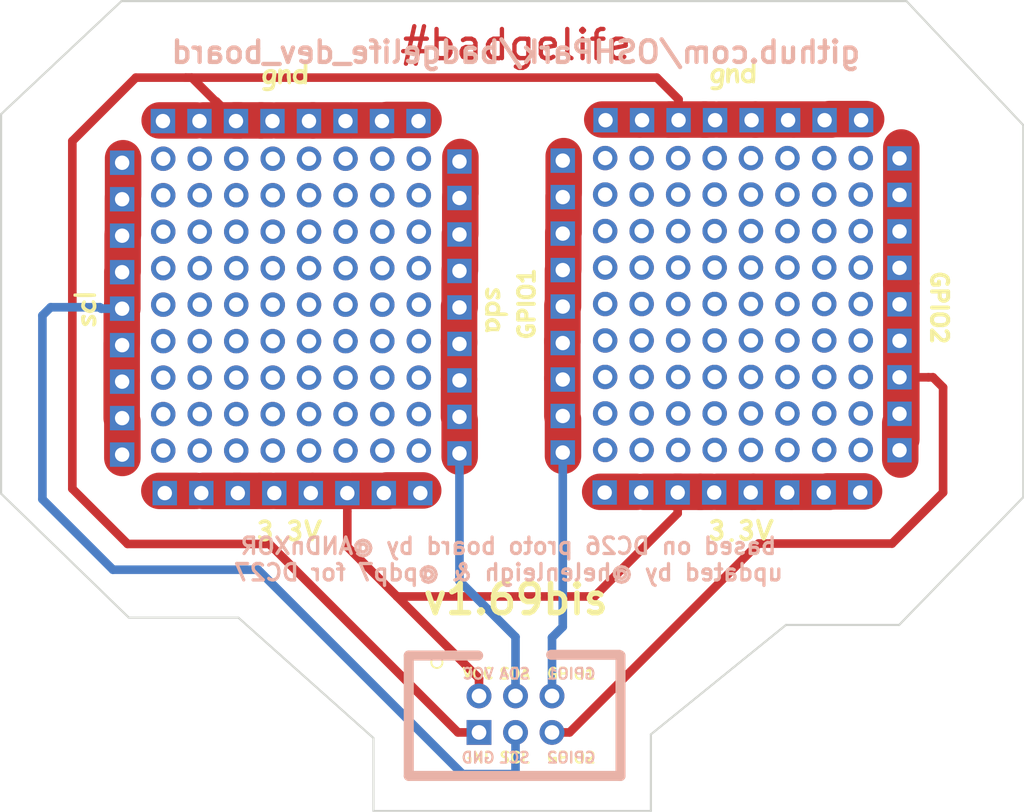
<source format=kicad_pcb>
(kicad_pcb (version 20190331) (host pcbnew "(5.1.0-373-ge808c7f95)")

  (general
    (thickness 1.6)
    (drawings 21)
    (tracks 109)
    (modules 23)
    (nets 1)
  )

  (page "A4")
  (layers
    (0 "F.Cu" signal)
    (31 "B.Cu" signal)
    (32 "B.Adhes" user)
    (33 "F.Adhes" user)
    (34 "B.Paste" user)
    (35 "F.Paste" user)
    (36 "B.SilkS" user)
    (37 "F.SilkS" user)
    (38 "B.Mask" user)
    (39 "F.Mask" user)
    (40 "Dwgs.User" user)
    (41 "Cmts.User" user)
    (42 "Eco1.User" user hide)
    (43 "Eco2.User" user hide)
    (44 "Edge.Cuts" user)
    (45 "Margin" user)
    (46 "B.CrtYd" user hide)
    (47 "F.CrtYd" user hide)
    (48 "B.Fab" user hide)
    (49 "F.Fab" user hide)
  )

  (setup
    (last_trace_width 0.15)
    (user_trace_width 0.6)
    (user_trace_width 2)
    (user_trace_width 2.54)
    (trace_clearance 0.2)
    (zone_clearance 0.508)
    (zone_45_only no)
    (trace_min 0.15)
    (via_size 0.6)
    (via_drill 0.33)
    (via_min_size 0.4)
    (via_min_drill 0.3)
    (uvia_size 0.3)
    (uvia_drill 0.1)
    (uvias_allowed no)
    (uvia_min_size 0.2)
    (uvia_min_drill 0.1)
    (edge_width 0.15)
    (segment_width 0.2)
    (pcb_text_width 0.3)
    (pcb_text_size 1.5 1.5)
    (mod_edge_width 0.15)
    (mod_text_size 1 1)
    (mod_text_width 0.15)
    (pad_size 1.7 1.7)
    (pad_drill 1)
    (pad_to_mask_clearance 0.2)
    (solder_mask_min_width 0.25)
    (aux_axis_origin 0 0)
    (visible_elements FFFFFF7F)
    (pcbplotparams
      (layerselection 0x010fc_80000001)
      (usegerberextensions true)
      (usegerberattributes false)
      (usegerberadvancedattributes false)
      (creategerberjobfile false)
      (excludeedgelayer true)
      (linewidth 0.100000)
      (plotframeref false)
      (viasonmask false)
      (mode 1)
      (useauxorigin false)
      (hpglpennumber 1)
      (hpglpenspeed 20)
      (hpglpendiameter 15.000000)
      (psnegative false)
      (psa4output false)
      (plotreference true)
      (plotvalue true)
      (plotinvisibletext false)
      (padsonsilk false)
      (subtractmaskfromsilk false)
      (outputformat 1)
      (mirror false)
      (drillshape 0)
      (scaleselection 1)
      (outputdirectory "output/"))
  )

  (net 0 "")

  (net_class "Default" "This is the default net class."
    (clearance 0.2)
    (trace_width 0.15)
    (via_dia 0.6)
    (via_drill 0.33)
    (uvia_dia 0.3)
    (uvia_drill 0.1)
  )

  (module "badgelife_sao_v169bis:Badgelife-SAOv169-SAO-2x3" (layer "F.Cu") (tedit 5D36323F) (tstamp 5D35EDC9)
    (at 58.33872 68.42252)
    (descr "Through hole straight IDC box header, 2x03, 2.54mm pitch, double rows")
    (tags "Through hole IDC box header THT 2x03 2.54mm double row")
    (fp_text reference "#SAO" (at 0 -5.842) (layer "B.SilkS") hide
      (effects (font (size 1 1) (thickness 0.15)) (justify mirror))
    )
    (fp_text value "Badgelife-SAOv169-SAO-2x3" (at 0 -7.7) (layer "F.Fab")
      (effects (font (size 1 1) (thickness 0.15)))
    )
    (fp_circle (center -5.4102 -3.5814) (end -5.021655 -3.5814) (layer "F.SilkS") (width 0.127))
    (fp_text user "GPIO2" (at 3.937 3.048) (layer "F.SilkS")
      (effects (font (size 0.75 0.75) (thickness 0.15)))
    )
    (fp_text user "SCL" (at 0 3.048) (layer "F.SilkS")
      (effects (font (size 0.75 0.75) (thickness 0.15)))
    )
    (fp_text user "GND" (at -2.54 3.048 unlocked) (layer "F.SilkS")
      (effects (font (size 0.75 0.75) (thickness 0.15)))
    )
    (fp_text user "GPIO1" (at 3.937 -2.794 unlocked) (layer "B.SilkS")
      (effects (font (size 0.75 0.75) (thickness 0.15)) (justify mirror))
    )
    (fp_text user "SDA" (at 0 -2.794 unlocked) (layer "F.SilkS")
      (effects (font (size 0.75 0.75) (thickness 0.15)))
    )
    (fp_text user "VCC" (at -2.54 -2.794 unlocked) (layer "F.SilkS")
      (effects (font (size 0.75 0.75) (thickness 0.15)))
    )
    (fp_text user "%R" (at 0.06 0.02 270) (layer "F.Fab")
      (effects (font (size 1 1) (thickness 0.15)))
    )
    (fp_line (start -2.54 -4.064) (end -7.366 -4.064) (layer "B.SilkS") (width 0.7))
    (fp_line (start 7.27964 -4.1148) (end 2.54 -4.1148) (layer "B.SilkS") (width 0.7))
    (fp_line (start -7.366 -4.064) (end -7.366 4.318) (layer "B.SilkS") (width 0.7))
    (fp_line (start -7.366 4.318) (end 7.366 4.318) (layer "B.SilkS") (width 0.7))
    (fp_line (start 7.366 4.318) (end 7.366 -4.064) (layer "B.SilkS") (width 0.7))
    (fp_text user "VCC" (at -2.54 -2.794 unlocked) (layer "B.SilkS")
      (effects (font (size 0.75 0.75) (thickness 0.15)) (justify mirror))
    )
    (fp_text user "SDA" (at 0 -2.794 unlocked) (layer "B.SilkS")
      (effects (font (size 0.75 0.75) (thickness 0.15)) (justify mirror))
    )
    (fp_text user "GPIO1" (at 3.937 -2.794 unlocked) (layer "F.SilkS")
      (effects (font (size 0.75 0.75) (thickness 0.15)))
    )
    (fp_text user "GND" (at -2.54 3.048 unlocked) (layer "B.SilkS")
      (effects (font (size 0.75 0.75) (thickness 0.15)) (justify mirror))
    )
    (fp_text user "SCL" (at 0 3.048) (layer "B.SilkS")
      (effects (font (size 0.75 0.75) (thickness 0.15)) (justify mirror))
    )
    (fp_text user "GPIO2" (at 3.937 3.048) (layer "B.SilkS")
      (effects (font (size 0.75 0.75) (thickness 0.15)) (justify mirror))
    )
    (pad "5" thru_hole circle (at 2.6 -1.25 270) (size 1.7272 1.7272) (drill 1.016) (layers *.Cu *.Mask))
    (pad "6" thru_hole circle (at 2.6 1.29 270) (size 1.7272 1.7272) (drill 1.016) (layers *.Cu *.Mask))
    (pad "3" thru_hole oval (at 0.06 -1.25 270) (size 1.7272 1.7272) (drill 1.016) (layers *.Cu *.Mask))
    (pad "4" thru_hole oval (at 0.06 1.29 270) (size 1.7272 1.7272) (drill 1.016) (layers *.Cu *.Mask))
    (pad "1" thru_hole oval (at -2.48 -1.25 270) (size 1.7272 1.7272) (drill 1.016) (layers *.Cu *.Mask))
    (pad "2" thru_hole rect (at -2.48 1.29 270) (size 1.7272 1.7272) (drill 1.016) (layers *.Cu *.Mask))
    (model "${KISYS3DMOD}/Connector_IDC.3dshapes/IDC-Header_2x03_P2.54mm_Vertical.wrl"
      (offset (xyz -2.5 1.2 -1.6))
      (scale (xyz 1 1 1))
      (rotate (xyz 180 0 90))
    )
  )

  (module "mrmeeseeks:Power_Rail-01x09" (layer "F.Cu") (tedit 5AC7D21B) (tstamp 5D363EE2)
    (at 31.02864 50.37074 180)
    (descr "Through hole straight pin header, 1x07, 2.54mm pitch, single row")
    (tags "Through hole pin header THT 1x07 2.54mm single row")
    (path "/5AC7B62F")
    (fp_text reference "J3" (at 0 -2.33 180) (layer "F.Fab") hide
      (effects (font (size 1 1) (thickness 0.15)))
    )
    (fp_text value "Conn_01x09" (at 0 17.57 180) (layer "F.Fab")
      (effects (font (size 1 1) (thickness 0.15)))
    )
    (fp_text user "%R" (at 0 7.62 270) (layer "F.Fab")
      (effects (font (size 1 1) (thickness 0.15)))
    )
    (fp_line (start 1.8 -1.8) (end -1.8 -1.8) (layer "F.CrtYd") (width 0.05))
    (fp_line (start 1.8 22.13) (end 1.8 -1.8) (layer "F.CrtYd") (width 0.05))
    (fp_line (start -1.8 22.13) (end 1.8 22.13) (layer "F.CrtYd") (width 0.05))
    (fp_line (start -1.8 -1.8) (end -1.8 22.13) (layer "F.CrtYd") (width 0.05))
    (pad "9" thru_hole rect (at 0 20.32 180) (size 1.7 1.7) (drill 1) (layers *.Cu *.Mask)
      (solder_mask_margin 0.1))
    (pad "8" thru_hole rect (at 0 17.78 180) (size 1.7 1.7) (drill 1) (layers *.Cu *.Mask)
      (solder_mask_margin 0.1))
    (pad "7" thru_hole rect (at 0 15.24 180) (size 1.7 1.7) (drill 1) (layers *.Cu *.Mask)
      (solder_mask_margin 0.1))
    (pad "6" thru_hole rect (at 0 12.7 180) (size 1.7 1.7) (drill 1) (layers *.Cu *.Mask)
      (solder_mask_margin 0.1))
    (pad "5" thru_hole rect (at 0 10.16 180) (size 1.7 1.7) (drill 1) (layers *.Cu *.Mask)
      (solder_mask_margin 0.1))
    (pad "4" thru_hole rect (at 0 7.62 180) (size 1.7 1.7) (drill 1) (layers *.Cu *.Mask)
      (solder_mask_margin 0.1))
    (pad "3" thru_hole rect (at 0 5.08 180) (size 1.7 1.7) (drill 1) (layers *.Cu *.Mask)
      (solder_mask_margin 0.1))
    (pad "2" thru_hole rect (at 0 2.54 180) (size 1.7 1.7) (drill 1) (layers *.Cu *.Mask)
      (solder_mask_margin 0.1))
    (pad "1" thru_hole rect (at 0 0 180) (size 1.7 1.7) (drill 1) (layers *.Cu *.Mask)
      (solder_mask_margin 0.1))
  )

  (module "mrmeeseeks:Power_Rail-01x09" (layer "F.Cu") (tedit 5AC7D21B) (tstamp 5D363E38)
    (at 61.68644 50.22342 180)
    (descr "Through hole straight pin header, 1x07, 2.54mm pitch, single row")
    (tags "Through hole pin header THT 1x07 2.54mm single row")
    (path "/5AC7B62F")
    (fp_text reference "J3" (at 0 -2.33 180) (layer "F.Fab") hide
      (effects (font (size 1 1) (thickness 0.15)))
    )
    (fp_text value "Conn_01x09" (at 0 17.57 180) (layer "F.Fab")
      (effects (font (size 1 1) (thickness 0.15)))
    )
    (fp_line (start -1.8 -1.8) (end -1.8 22.13) (layer "F.CrtYd") (width 0.05))
    (fp_line (start -1.8 22.13) (end 1.8 22.13) (layer "F.CrtYd") (width 0.05))
    (fp_line (start 1.8 22.13) (end 1.8 -1.8) (layer "F.CrtYd") (width 0.05))
    (fp_line (start 1.8 -1.8) (end -1.8 -1.8) (layer "F.CrtYd") (width 0.05))
    (fp_text user "%R" (at 0 7.62 270) (layer "F.Fab")
      (effects (font (size 1 1) (thickness 0.15)))
    )
    (pad "1" thru_hole rect (at 0 0 180) (size 1.7 1.7) (drill 1) (layers *.Cu *.Mask)
      (solder_mask_margin 0.1))
    (pad "2" thru_hole rect (at 0 2.54 180) (size 1.7 1.7) (drill 1) (layers *.Cu *.Mask)
      (solder_mask_margin 0.1))
    (pad "3" thru_hole rect (at 0 5.08 180) (size 1.7 1.7) (drill 1) (layers *.Cu *.Mask)
      (solder_mask_margin 0.1))
    (pad "4" thru_hole rect (at 0 7.62 180) (size 1.7 1.7) (drill 1) (layers *.Cu *.Mask)
      (solder_mask_margin 0.1))
    (pad "5" thru_hole rect (at 0 10.16 180) (size 1.7 1.7) (drill 1) (layers *.Cu *.Mask)
      (solder_mask_margin 0.1))
    (pad "6" thru_hole rect (at 0 12.7 180) (size 1.7 1.7) (drill 1) (layers *.Cu *.Mask)
      (solder_mask_margin 0.1))
    (pad "7" thru_hole rect (at 0 15.24 180) (size 1.7 1.7) (drill 1) (layers *.Cu *.Mask)
      (solder_mask_margin 0.1))
    (pad "8" thru_hole rect (at 0 17.78 180) (size 1.7 1.7) (drill 1) (layers *.Cu *.Mask)
      (solder_mask_margin 0.1))
    (pad "9" thru_hole rect (at 0 20.32 180) (size 1.7 1.7) (drill 1) (layers *.Cu *.Mask)
      (solder_mask_margin 0.1))
  )

  (module "mrmeeseeks:Power_Rail-01x08" (layer "F.Cu") (tedit 5AC7D1EA) (tstamp 5D363CF0)
    (at 33.99536 53.05044 90)
    (descr "Through hole straight pin header, 1x07, 2.54mm pitch, single row")
    (tags "Through hole pin header THT 1x07 2.54mm single row")
    (path "/5AC7BC88")
    (fp_text reference "J2" (at 0 -2.33 90) (layer "F.Fab") hide
      (effects (font (size 1 1) (thickness 0.15)))
    )
    (fp_text value "Conn_01x08" (at 0 17.57 90) (layer "F.Fab")
      (effects (font (size 1 1) (thickness 0.15)))
    )
    (fp_line (start -1.8 -1.8) (end -1.8 19.59) (layer "F.CrtYd") (width 0.05))
    (fp_line (start -1.8 19.59) (end 1.8 19.59) (layer "F.CrtYd") (width 0.05))
    (fp_line (start 1.8 19.59) (end 1.8 -1.8) (layer "F.CrtYd") (width 0.05))
    (fp_line (start 1.8 -1.8) (end -1.8 -1.8) (layer "F.CrtYd") (width 0.05))
    (fp_text user "%R" (at 0 7.62 180) (layer "F.Fab")
      (effects (font (size 1 1) (thickness 0.15)))
    )
    (pad "1" thru_hole rect (at 0 0 90) (size 1.7 1.7) (drill 1) (layers *.Cu *.Mask)
      (solder_mask_margin 0.1))
    (pad "2" thru_hole rect (at 0 2.54 90) (size 1.7 1.7) (drill 1) (layers *.Cu *.Mask)
      (solder_mask_margin 0.1))
    (pad "3" thru_hole rect (at 0 5.08 90) (size 1.7 1.7) (drill 1) (layers *.Cu *.Mask)
      (solder_mask_margin 0.1))
    (pad "4" thru_hole rect (at 0 7.62 90) (size 1.7 1.7) (drill 1) (layers *.Cu *.Mask)
      (solder_mask_margin 0.1))
    (pad "5" thru_hole rect (at 0 10.16 90) (size 1.7 1.7) (drill 1) (layers *.Cu *.Mask)
      (solder_mask_margin 0.1))
    (pad "6" thru_hole rect (at 0 12.7 90) (size 1.7 1.7) (drill 1) (layers *.Cu *.Mask)
      (solder_mask_margin 0.1))
    (pad "7" thru_hole rect (at 0 15.24 90) (size 1.7 1.7) (drill 1) (layers *.Cu *.Mask)
      (solder_mask_margin 0.1))
    (pad "8" thru_hole rect (at 0 17.78 90) (size 1.7 1.7) (drill 1) (layers *.Cu *.Mask)
      (solder_mask_margin 0.1))
  )

  (module "mrmeeseeks:badgelife-shitty-label-gnd" (layer "F.Cu") (tedit 0) (tstamp 5D363BFF)
    (at 73.62952 23.79472)
    (fp_text reference "G***" (at 0 0) (layer "F.SilkS") hide
      (effects (font (size 1.524 1.524) (thickness 0.3)))
    )
    (fp_text value "LOGO" (at 0.75 0) (layer "F.SilkS") hide
      (effects (font (size 1.524 1.524) (thickness 0.3)))
    )
    (fp_poly (pts (xy -0.89265 -0.299228) (xy -0.777602 -0.245637) (xy -0.710811 -0.185587) (xy -0.684307 -0.10766)
      (xy -0.689052 -0.007572) (xy -0.699181 0.071533) (xy -0.712888 0.191439) (xy -0.728478 0.33675)
      (xy -0.74426 0.492067) (xy -0.74646 0.514463) (xy -0.768203 0.70662) (xy -0.792999 0.851576)
      (xy -0.824374 0.95857) (xy -0.865852 1.036843) (xy -0.92096 1.095636) (xy -0.984877 1.139386)
      (xy -1.085083 1.177321) (xy -1.217127 1.200389) (xy -1.359024 1.207325) (xy -1.488788 1.196867)
      (xy -1.573389 1.173235) (xy -1.641929 1.128284) (xy -1.664899 1.070905) (xy -1.665111 1.063151)
      (xy -1.65395 0.99809) (xy -1.614872 0.959014) (xy -1.539486 0.942313) (xy -1.419403 0.944382)
      (xy -1.393475 0.94638) (xy -1.24831 0.950255) (xy -1.146239 0.93062) (xy -1.07719 0.882909)
      (xy -1.031089 0.802561) (xy -1.022443 0.77829) (xy -1.002245 0.70781) (xy -0.995333 0.664153)
      (xy -0.996696 0.659008) (xy -1.025824 0.663599) (xy -1.084722 0.687894) (xy -1.09869 0.694688)
      (xy -1.217292 0.725894) (xy -1.349081 0.717517) (xy -1.469506 0.67195) (xy -1.493334 0.656227)
      (xy -1.585033 0.556156) (xy -1.64336 0.422817) (xy -1.666137 0.269983) (xy -1.660255 0.207583)
      (xy -1.408281 0.207583) (xy -1.406269 0.316759) (xy -1.369254 0.406472) (xy -1.354667 0.423333)
      (xy -1.276742 0.472946) (xy -1.193464 0.467593) (xy -1.135007 0.435731) (xy -1.049209 0.341665)
      (xy -0.996468 0.204724) (xy -0.979016 0.061602) (xy -0.973667 -0.098778) (xy -1.063592 -0.107488)
      (xy -1.153111 -0.100176) (xy -1.24214 -0.070369) (xy -1.242204 -0.070336) (xy -1.322458 -0.002604)
      (xy -1.37908 0.095582) (xy -1.408281 0.207583) (xy -1.660255 0.207583) (xy -1.651189 0.111426)
      (xy -1.601611 -0.028921) (xy -1.503232 -0.164648) (xy -1.370334 -0.26371) (xy -1.214802 -0.321576)
      (xy -1.048523 -0.333713) (xy -0.89265 -0.299228)) (layer "F.SilkS") (width 0.01))
    (fp_poly (pts (xy -0.381994 -0.347231) (xy -0.318779 -0.280138) (xy -0.292304 -0.231157) (xy -0.267678 -0.237773)
      (xy -0.210284 -0.26466) (xy -0.179833 -0.280546) (xy -0.046015 -0.329025) (xy 0.077077 -0.329507)
      (xy 0.180745 -0.283683) (xy 0.254853 -0.195963) (xy 0.271037 -0.141009) (xy 0.286277 -0.045804)
      (xy 0.299822 0.077138) (xy 0.310926 0.215306) (xy 0.318841 0.356188) (xy 0.322817 0.487273)
      (xy 0.322108 0.596049) (xy 0.315965 0.670003) (xy 0.308081 0.694292) (xy 0.249027 0.727987)
      (xy 0.175161 0.728618) (xy 0.116699 0.696035) (xy 0.093681 0.642482) (xy 0.072356 0.548422)
      (xy 0.054635 0.42979) (xy 0.042429 0.302524) (xy 0.03765 0.18256) (xy 0.04221 0.085833)
      (xy 0.042886 0.080646) (xy 0.045712 -0.020913) (xy 0.020299 -0.074254) (xy -0.032437 -0.078661)
      (xy -0.106916 -0.036935) (xy -0.207541 0.072389) (xy -0.275414 0.222093) (xy -0.307465 0.404548)
      (xy -0.309649 0.467077) (xy -0.314863 0.579054) (xy -0.328065 0.662332) (xy -0.344311 0.699911)
      (xy -0.407233 0.729948) (xy -0.481591 0.726472) (xy -0.53275 0.695628) (xy -0.551857 0.649087)
      (xy -0.565004 0.560462) (xy -0.572397 0.426163) (xy -0.574241 0.242601) (xy -0.571125 0.023182)
      (xy -0.565877 -0.12238) (xy -0.556741 -0.221664) (xy -0.542188 -0.284789) (xy -0.520685 -0.321872)
      (xy -0.518593 -0.324042) (xy -0.450403 -0.362606) (xy -0.381994 -0.347231)) (layer "F.SilkS") (width 0.01))
    (fp_poly (pts (xy 1.402584 -0.869381) (xy 1.424783 -0.847942) (xy 1.440557 -0.80468) (xy 1.450744 -0.733813)
      (xy 1.45618 -0.62956) (xy 1.457701 -0.48614) (xy 1.456145 -0.29777) (xy 1.452417 -0.062586)
      (xy 1.447451 0.180679) (xy 1.441779 0.37202) (xy 1.435119 0.515956) (xy 1.427188 0.617006)
      (xy 1.417704 0.679688) (xy 1.406383 0.708522) (xy 1.404071 0.710503) (xy 1.330673 0.732322)
      (xy 1.26312 0.71377) (xy 1.252018 0.704506) (xy 1.203341 0.689671) (xy 1.145758 0.704506)
      (xy 1.012308 0.730858) (xy 0.861593 0.722623) (xy 0.719752 0.681297) (xy 0.716875 0.680002)
      (xy 0.58937 0.596434) (xy 0.505103 0.479414) (xy 0.461663 0.325201) (xy 0.456573 0.276038)
      (xy 0.460578 0.189704) (xy 0.690278 0.189704) (xy 0.692861 0.26006) (xy 0.727258 0.342291)
      (xy 0.781533 0.412614) (xy 0.814382 0.436981) (xy 0.932535 0.475463) (xy 1.048196 0.458363)
      (xy 1.103368 0.431359) (xy 1.148424 0.400379) (xy 1.17301 0.363905) (xy 1.183266 0.30502)
      (xy 1.185333 0.206809) (xy 1.185333 0.205581) (xy 1.180933 0.095887) (xy 1.165 0.025173)
      (xy 1.133438 -0.023533) (xy 1.128889 -0.028223) (xy 1.049299 -0.073126) (xy 0.951319 -0.081634)
      (xy 0.852331 -0.058241) (xy 0.76972 -0.007443) (xy 0.720868 0.066263) (xy 0.717718 0.078124)
      (xy 0.701427 0.147836) (xy 0.690278 0.189704) (xy 0.460578 0.189704) (xy 0.465332 0.087259)
      (xy 0.519049 -0.07287) (xy 0.615129 -0.199979) (xy 0.750975 -0.289702) (xy 0.80544 -0.31081)
      (xy 0.926529 -0.331574) (xy 1.059365 -0.325776) (xy 1.164167 -0.297882) (xy 1.18889 -0.292186)
      (xy 1.203716 -0.308642) (xy 1.211161 -0.357355) (xy 1.213741 -0.448427) (xy 1.213972 -0.497925)
      (xy 1.223481 -0.668191) (xy 1.251551 -0.786301) (xy 1.298607 -0.853548) (xy 1.335565 -0.869914)
      (xy 1.373123 -0.874778) (xy 1.402584 -0.869381)) (layer "F.SilkS") (width 0.01))
  )

  (module "mrmeeseeks:Power_Rail-01x08" (layer "F.Cu") (tedit 5AC7D1EA) (tstamp 5D363B65)
    (at 64.66332 27.0891 90)
    (descr "Through hole straight pin header, 1x07, 2.54mm pitch, single row")
    (tags "Through hole pin header THT 1x07 2.54mm single row")
    (path "/5AC7BC88")
    (fp_text reference "J2" (at 0 -2.33 90) (layer "F.Fab") hide
      (effects (font (size 1 1) (thickness 0.15)))
    )
    (fp_text value "Conn_01x08" (at 0 17.57 90) (layer "F.Fab")
      (effects (font (size 1 1) (thickness 0.15)))
    )
    (fp_line (start -1.8 -1.8) (end -1.8 19.59) (layer "F.CrtYd") (width 0.05))
    (fp_line (start -1.8 19.59) (end 1.8 19.59) (layer "F.CrtYd") (width 0.05))
    (fp_line (start 1.8 19.59) (end 1.8 -1.8) (layer "F.CrtYd") (width 0.05))
    (fp_line (start 1.8 -1.8) (end -1.8 -1.8) (layer "F.CrtYd") (width 0.05))
    (fp_text user "%R" (at 0 7.62 180) (layer "F.Fab")
      (effects (font (size 1 1) (thickness 0.15)))
    )
    (pad "1" thru_hole rect (at 0 0 90) (size 1.7 1.7) (drill 1) (layers *.Cu *.Mask)
      (solder_mask_margin 0.1))
    (pad "2" thru_hole rect (at 0 2.54 90) (size 1.7 1.7) (drill 1) (layers *.Cu *.Mask)
      (solder_mask_margin 0.1))
    (pad "3" thru_hole rect (at 0 5.08 90) (size 1.7 1.7) (drill 1) (layers *.Cu *.Mask)
      (solder_mask_margin 0.1))
    (pad "4" thru_hole rect (at 0 7.62 90) (size 1.7 1.7) (drill 1) (layers *.Cu *.Mask)
      (solder_mask_margin 0.1))
    (pad "5" thru_hole rect (at 0 10.16 90) (size 1.7 1.7) (drill 1) (layers *.Cu *.Mask)
      (solder_mask_margin 0.1))
    (pad "6" thru_hole rect (at 0 12.7 90) (size 1.7 1.7) (drill 1) (layers *.Cu *.Mask)
      (solder_mask_margin 0.1))
    (pad "7" thru_hole rect (at 0 15.24 90) (size 1.7 1.7) (drill 1) (layers *.Cu *.Mask)
      (solder_mask_margin 0.1))
    (pad "8" thru_hole rect (at 0 17.78 90) (size 1.7 1.7) (drill 1) (layers *.Cu *.Mask)
      (solder_mask_margin 0.1))
  )

  (module "mrmeeseeks:badgelife-shitty-label-gnd" (layer "F.Cu") (tedit 0) (tstamp 5D3636E4)
    (at 42.45356 23.85568)
    (fp_text reference "G***" (at 0 0) (layer "F.SilkS") hide
      (effects (font (size 1.524 1.524) (thickness 0.3)))
    )
    (fp_text value "LOGO" (at 0.75 0) (layer "F.SilkS") hide
      (effects (font (size 1.524 1.524) (thickness 0.3)))
    )
    (fp_poly (pts (xy 1.402584 -0.869381) (xy 1.424783 -0.847942) (xy 1.440557 -0.80468) (xy 1.450744 -0.733813)
      (xy 1.45618 -0.62956) (xy 1.457701 -0.48614) (xy 1.456145 -0.29777) (xy 1.452417 -0.062586)
      (xy 1.447451 0.180679) (xy 1.441779 0.37202) (xy 1.435119 0.515956) (xy 1.427188 0.617006)
      (xy 1.417704 0.679688) (xy 1.406383 0.708522) (xy 1.404071 0.710503) (xy 1.330673 0.732322)
      (xy 1.26312 0.71377) (xy 1.252018 0.704506) (xy 1.203341 0.689671) (xy 1.145758 0.704506)
      (xy 1.012308 0.730858) (xy 0.861593 0.722623) (xy 0.719752 0.681297) (xy 0.716875 0.680002)
      (xy 0.58937 0.596434) (xy 0.505103 0.479414) (xy 0.461663 0.325201) (xy 0.456573 0.276038)
      (xy 0.460578 0.189704) (xy 0.690278 0.189704) (xy 0.692861 0.26006) (xy 0.727258 0.342291)
      (xy 0.781533 0.412614) (xy 0.814382 0.436981) (xy 0.932535 0.475463) (xy 1.048196 0.458363)
      (xy 1.103368 0.431359) (xy 1.148424 0.400379) (xy 1.17301 0.363905) (xy 1.183266 0.30502)
      (xy 1.185333 0.206809) (xy 1.185333 0.205581) (xy 1.180933 0.095887) (xy 1.165 0.025173)
      (xy 1.133438 -0.023533) (xy 1.128889 -0.028223) (xy 1.049299 -0.073126) (xy 0.951319 -0.081634)
      (xy 0.852331 -0.058241) (xy 0.76972 -0.007443) (xy 0.720868 0.066263) (xy 0.717718 0.078124)
      (xy 0.701427 0.147836) (xy 0.690278 0.189704) (xy 0.460578 0.189704) (xy 0.465332 0.087259)
      (xy 0.519049 -0.07287) (xy 0.615129 -0.199979) (xy 0.750975 -0.289702) (xy 0.80544 -0.31081)
      (xy 0.926529 -0.331574) (xy 1.059365 -0.325776) (xy 1.164167 -0.297882) (xy 1.18889 -0.292186)
      (xy 1.203716 -0.308642) (xy 1.211161 -0.357355) (xy 1.213741 -0.448427) (xy 1.213972 -0.497925)
      (xy 1.223481 -0.668191) (xy 1.251551 -0.786301) (xy 1.298607 -0.853548) (xy 1.335565 -0.869914)
      (xy 1.373123 -0.874778) (xy 1.402584 -0.869381)) (layer "F.SilkS") (width 0.01))
    (fp_poly (pts (xy -0.381994 -0.347231) (xy -0.318779 -0.280138) (xy -0.292304 -0.231157) (xy -0.267678 -0.237773)
      (xy -0.210284 -0.26466) (xy -0.179833 -0.280546) (xy -0.046015 -0.329025) (xy 0.077077 -0.329507)
      (xy 0.180745 -0.283683) (xy 0.254853 -0.195963) (xy 0.271037 -0.141009) (xy 0.286277 -0.045804)
      (xy 0.299822 0.077138) (xy 0.310926 0.215306) (xy 0.318841 0.356188) (xy 0.322817 0.487273)
      (xy 0.322108 0.596049) (xy 0.315965 0.670003) (xy 0.308081 0.694292) (xy 0.249027 0.727987)
      (xy 0.175161 0.728618) (xy 0.116699 0.696035) (xy 0.093681 0.642482) (xy 0.072356 0.548422)
      (xy 0.054635 0.42979) (xy 0.042429 0.302524) (xy 0.03765 0.18256) (xy 0.04221 0.085833)
      (xy 0.042886 0.080646) (xy 0.045712 -0.020913) (xy 0.020299 -0.074254) (xy -0.032437 -0.078661)
      (xy -0.106916 -0.036935) (xy -0.207541 0.072389) (xy -0.275414 0.222093) (xy -0.307465 0.404548)
      (xy -0.309649 0.467077) (xy -0.314863 0.579054) (xy -0.328065 0.662332) (xy -0.344311 0.699911)
      (xy -0.407233 0.729948) (xy -0.481591 0.726472) (xy -0.53275 0.695628) (xy -0.551857 0.649087)
      (xy -0.565004 0.560462) (xy -0.572397 0.426163) (xy -0.574241 0.242601) (xy -0.571125 0.023182)
      (xy -0.565877 -0.12238) (xy -0.556741 -0.221664) (xy -0.542188 -0.284789) (xy -0.520685 -0.321872)
      (xy -0.518593 -0.324042) (xy -0.450403 -0.362606) (xy -0.381994 -0.347231)) (layer "F.SilkS") (width 0.01))
    (fp_poly (pts (xy -0.89265 -0.299228) (xy -0.777602 -0.245637) (xy -0.710811 -0.185587) (xy -0.684307 -0.10766)
      (xy -0.689052 -0.007572) (xy -0.699181 0.071533) (xy -0.712888 0.191439) (xy -0.728478 0.33675)
      (xy -0.74426 0.492067) (xy -0.74646 0.514463) (xy -0.768203 0.70662) (xy -0.792999 0.851576)
      (xy -0.824374 0.95857) (xy -0.865852 1.036843) (xy -0.92096 1.095636) (xy -0.984877 1.139386)
      (xy -1.085083 1.177321) (xy -1.217127 1.200389) (xy -1.359024 1.207325) (xy -1.488788 1.196867)
      (xy -1.573389 1.173235) (xy -1.641929 1.128284) (xy -1.664899 1.070905) (xy -1.665111 1.063151)
      (xy -1.65395 0.99809) (xy -1.614872 0.959014) (xy -1.539486 0.942313) (xy -1.419403 0.944382)
      (xy -1.393475 0.94638) (xy -1.24831 0.950255) (xy -1.146239 0.93062) (xy -1.07719 0.882909)
      (xy -1.031089 0.802561) (xy -1.022443 0.77829) (xy -1.002245 0.70781) (xy -0.995333 0.664153)
      (xy -0.996696 0.659008) (xy -1.025824 0.663599) (xy -1.084722 0.687894) (xy -1.09869 0.694688)
      (xy -1.217292 0.725894) (xy -1.349081 0.717517) (xy -1.469506 0.67195) (xy -1.493334 0.656227)
      (xy -1.585033 0.556156) (xy -1.64336 0.422817) (xy -1.666137 0.269983) (xy -1.660255 0.207583)
      (xy -1.408281 0.207583) (xy -1.406269 0.316759) (xy -1.369254 0.406472) (xy -1.354667 0.423333)
      (xy -1.276742 0.472946) (xy -1.193464 0.467593) (xy -1.135007 0.435731) (xy -1.049209 0.341665)
      (xy -0.996468 0.204724) (xy -0.979016 0.061602) (xy -0.973667 -0.098778) (xy -1.063592 -0.107488)
      (xy -1.153111 -0.100176) (xy -1.24214 -0.070369) (xy -1.242204 -0.070336) (xy -1.322458 -0.002604)
      (xy -1.37908 0.095582) (xy -1.408281 0.207583) (xy -1.660255 0.207583) (xy -1.651189 0.111426)
      (xy -1.601611 -0.028921) (xy -1.503232 -0.164648) (xy -1.370334 -0.26371) (xy -1.214802 -0.321576)
      (xy -1.048523 -0.333713) (xy -0.89265 -0.299228)) (layer "F.SilkS") (width 0.01))
  )

  (module "mrmeeseeks:badgelife-shitty-label-3.3v" (layer "F.Cu") (tedit 0) (tstamp 5D3636B6)
    (at 74.13752 55.54472)
    (fp_text reference "G***" (at 0 0) (layer "F.SilkS") hide
      (effects (font (size 1.524 1.524) (thickness 0.3)))
    )
    (fp_text value "LOGO" (at 0.75 0) (layer "F.SilkS") hide
      (effects (font (size 1.524 1.524) (thickness 0.3)))
    )
    (fp_poly (pts (xy 2.153449 -0.674384) (xy 2.177191 -0.651082) (xy 2.205517 -0.611342) (xy 2.211908 -0.575288)
      (xy 2.194889 -0.523914) (xy 2.162081 -0.456327) (xy 2.130842 -0.388464) (xy 2.083659 -0.278843)
      (xy 2.025053 -0.13831) (xy 1.959546 0.022292) (xy 1.891661 0.192116) (xy 1.890761 0.19439)
      (xy 1.82464 0.357637) (xy 1.761887 0.50529) (xy 1.70659 0.628282) (xy 1.66284 0.717545)
      (xy 1.634727 0.764011) (xy 1.632998 0.76589) (xy 1.557209 0.812335) (xy 1.482424 0.80636)
      (xy 1.435053 0.769055) (xy 1.409639 0.734823) (xy 1.384944 0.691113) (xy 1.358279 0.630603)
      (xy 1.326954 0.545973) (xy 1.28828 0.429901) (xy 1.239568 0.275068) (xy 1.178126 0.074152)
      (xy 1.170442 0.048815) (xy 1.121341 -0.117914) (xy 1.078681 -0.271803) (xy 1.045129 -0.402488)
      (xy 1.023353 -0.499603) (xy 1.016 -0.551468) (xy 1.034687 -0.642203) (xy 1.08683 -0.691928)
      (xy 1.166546 -0.695128) (xy 1.168663 -0.694609) (xy 1.192971 -0.688152) (xy 1.212866 -0.678004)
      (xy 1.230984 -0.657375) (xy 1.249957 -0.619478) (xy 1.27242 -0.557523) (xy 1.301007 -0.46472)
      (xy 1.338351 -0.334281) (xy 1.387087 -0.159417) (xy 1.414152 -0.061847) (xy 1.463589 0.110744)
      (xy 1.501959 0.231494) (xy 1.530478 0.303653) (xy 1.550361 0.330473) (xy 1.558995 0.325562)
      (xy 1.577244 0.284535) (xy 1.611047 0.200929) (xy 1.656333 0.085089) (xy 1.709033 -0.05264)
      (xy 1.738066 -0.129609) (xy 1.794706 -0.277262) (xy 1.848176 -0.410767) (xy 1.893839 -0.518969)
      (xy 1.927059 -0.590713) (xy 1.937321 -0.609072) (xy 2.005055 -0.676804) (xy 2.081724 -0.699384)
      (xy 2.153449 -0.674384)) (layer "F.SilkS") (width 0.01))
    (fp_poly (pts (xy 0.397866 -0.69149) (xy 0.522111 -0.652478) (xy 0.639837 -0.584149) (xy 0.711664 -0.501879)
      (xy 0.748137 -0.391104) (xy 0.755677 -0.32987) (xy 0.759285 -0.235155) (xy 0.745851 -0.17056)
      (xy 0.708399 -0.110666) (xy 0.689036 -0.086952) (xy 0.641945 -0.025704) (xy 0.630251 0.010547)
      (xy 0.649536 0.036812) (xy 0.652036 0.038744) (xy 0.734109 0.134105) (xy 0.781046 0.26049)
      (xy 0.790326 0.402855) (xy 0.759423 0.546153) (xy 0.743478 0.583864) (xy 0.66186 0.69399)
      (xy 0.542069 0.776561) (xy 0.397549 0.826861) (xy 0.241745 0.840176) (xy 0.090839 0.812724)
      (xy -0.005576 0.762346) (xy -0.085073 0.688367) (xy -0.140428 0.603039) (xy -0.164415 0.518614)
      (xy -0.149809 0.447343) (xy -0.135467 0.428977) (xy -0.077993 0.397912) (xy -0.009333 0.4138)
      (xy 0.076731 0.478409) (xy 0.09305 0.493888) (xy 0.174555 0.560578) (xy 0.249944 0.589221)
      (xy 0.296217 0.592666) (xy 0.397095 0.56993) (xy 0.479666 0.510627) (xy 0.528849 0.428114)
      (xy 0.536222 0.380111) (xy 0.510684 0.295211) (xy 0.443589 0.215179) (xy 0.349216 0.153154)
      (xy 0.258279 0.12441) (xy 0.145851 0.091153) (xy 0.083202 0.04075) (xy 0.069607 -0.018733)
      (xy 0.104345 -0.079231) (xy 0.18669 -0.132678) (xy 0.284185 -0.164443) (xy 0.400018 -0.196853)
      (xy 0.469299 -0.233099) (xy 0.501828 -0.280298) (xy 0.508 -0.327019) (xy 0.484806 -0.396571)
      (xy 0.421794 -0.437661) (xy 0.328816 -0.448636) (xy 0.215726 -0.427843) (xy 0.125281 -0.39123)
      (xy 0.024917 -0.351941) (xy -0.045771 -0.353614) (xy -0.097381 -0.397662) (xy -0.112699 -0.42298)
      (xy -0.127172 -0.467597) (xy -0.109754 -0.509393) (xy -0.060747 -0.560425) (xy 0.076018 -0.651522)
      (xy 0.233556 -0.695948) (xy 0.397866 -0.69149)) (layer "F.SilkS") (width 0.01))
    (fp_poly (pts (xy -1.662356 -0.69149) (xy -1.538111 -0.652478) (xy -1.420385 -0.584149) (xy -1.348558 -0.501879)
      (xy -1.312086 -0.391104) (xy -1.304546 -0.32987) (xy -1.300937 -0.235155) (xy -1.314372 -0.17056)
      (xy -1.351823 -0.110666) (xy -1.371186 -0.086952) (xy -1.418278 -0.025704) (xy -1.429972 0.010547)
      (xy -1.410687 0.036812) (xy -1.408186 0.038744) (xy -1.326114 0.134105) (xy -1.279176 0.26049)
      (xy -1.269896 0.402855) (xy -1.300799 0.546153) (xy -1.316744 0.583864) (xy -1.398362 0.69399)
      (xy -1.518153 0.776561) (xy -1.662673 0.826861) (xy -1.818478 0.840176) (xy -1.969383 0.812724)
      (xy -2.065798 0.762346) (xy -2.145295 0.688367) (xy -2.20065 0.603039) (xy -2.224637 0.518614)
      (xy -2.210031 0.447343) (xy -2.195689 0.428977) (xy -2.138215 0.397912) (xy -2.069555 0.4138)
      (xy -1.983491 0.478409) (xy -1.967173 0.493888) (xy -1.885668 0.560578) (xy -1.810278 0.589221)
      (xy -1.764005 0.592666) (xy -1.663128 0.56993) (xy -1.580556 0.510627) (xy -1.531373 0.428114)
      (xy -1.524 0.380111) (xy -1.549538 0.295211) (xy -1.616633 0.215179) (xy -1.711006 0.153154)
      (xy -1.801943 0.12441) (xy -1.914371 0.091153) (xy -1.97702 0.04075) (xy -1.990615 -0.018733)
      (xy -1.955878 -0.079231) (xy -1.873532 -0.132678) (xy -1.776037 -0.164443) (xy -1.660204 -0.196853)
      (xy -1.590923 -0.233099) (xy -1.558394 -0.280298) (xy -1.552222 -0.327019) (xy -1.575416 -0.396571)
      (xy -1.638428 -0.437661) (xy -1.731406 -0.448636) (xy -1.844496 -0.427843) (xy -1.934941 -0.39123)
      (xy -2.035305 -0.351941) (xy -2.105993 -0.353614) (xy -2.157603 -0.397662) (xy -2.172922 -0.42298)
      (xy -2.187395 -0.467597) (xy -2.169976 -0.509393) (xy -2.12097 -0.560425) (xy -1.984204 -0.651522)
      (xy -1.826666 -0.695948) (xy -1.662356 -0.69149)) (layer "F.SilkS") (width 0.01))
    (fp_poly (pts (xy -0.590635 0.689919) (xy -0.557475 0.747317) (xy -0.567652 0.818609) (xy -0.581498 0.842303)
      (xy -0.646567 0.892611) (xy -0.727929 0.897305) (xy -0.80826 0.856113) (xy -0.819091 0.846019)
      (xy -0.854673 0.780646) (xy -0.839618 0.718095) (xy -0.77886 0.671084) (xy -0.747137 0.660511)
      (xy -0.657174 0.657341) (xy -0.590635 0.689919)) (layer "F.SilkS") (width 0.01))
  )

  (module "mrmeeseeks:Pin_Header_Straight_2x09_Pitch2.54mm-NoSilk" (layer "F.Cu") (tedit 5AA33E7A) (tstamp 5D35DDFA)
    (at 67.17538 50.04562 180)
    (descr "Through hole straight pin header, 2x09, 2.54mm pitch, double rows")
    (tags "Through hole pin header THT 2x09 2.54mm double row")
    (fp_text reference "REF**" (at 1.27 -2.33 180) (layer "F.Fab") hide
      (effects (font (size 1 1) (thickness 0.15)))
    )
    (fp_text value "Pin_Header_Straight_2x09_Pitch2.54mm" (at 1.27 22.65 180) (layer "F.Fab")
      (effects (font (size 1 1) (thickness 0.15)))
    )
    (fp_text user "%R" (at 1.27 10.16 270) (layer "F.Fab")
      (effects (font (size 1 1) (thickness 0.15)))
    )
    (fp_line (start 4.35 -1.8) (end -1.8 -1.8) (layer "F.CrtYd") (width 0.05))
    (fp_line (start 4.35 22.1) (end 4.35 -1.8) (layer "F.CrtYd") (width 0.05))
    (fp_line (start -1.8 22.1) (end 4.35 22.1) (layer "F.CrtYd") (width 0.05))
    (fp_line (start -1.8 -1.8) (end -1.8 22.1) (layer "F.CrtYd") (width 0.05))
    (pad "18" thru_hole oval (at 2.54 20.32 180) (size 1.7 1.7) (drill 1) (layers *.Cu *.Mask))
    (pad "17" thru_hole oval (at 0 20.32 180) (size 1.7 1.7) (drill 1) (layers *.Cu *.Mask))
    (pad "16" thru_hole oval (at 2.54 17.78 180) (size 1.7 1.7) (drill 1) (layers *.Cu *.Mask))
    (pad "15" thru_hole oval (at 0 17.78 180) (size 1.7 1.7) (drill 1) (layers *.Cu *.Mask))
    (pad "14" thru_hole oval (at 2.54 15.24 180) (size 1.7 1.7) (drill 1) (layers *.Cu *.Mask))
    (pad "13" thru_hole oval (at 0 15.24 180) (size 1.7 1.7) (drill 1) (layers *.Cu *.Mask))
    (pad "12" thru_hole oval (at 2.54 12.7 180) (size 1.7 1.7) (drill 1) (layers *.Cu *.Mask))
    (pad "11" thru_hole oval (at 0 12.7 180) (size 1.7 1.7) (drill 1) (layers *.Cu *.Mask))
    (pad "10" thru_hole oval (at 2.54 10.16 180) (size 1.7 1.7) (drill 1) (layers *.Cu *.Mask))
    (pad "9" thru_hole oval (at 0 10.16 180) (size 1.7 1.7) (drill 1) (layers *.Cu *.Mask))
    (pad "8" thru_hole oval (at 2.54 7.62 180) (size 1.7 1.7) (drill 1) (layers *.Cu *.Mask))
    (pad "7" thru_hole oval (at 0 7.62 180) (size 1.7 1.7) (drill 1) (layers *.Cu *.Mask))
    (pad "6" thru_hole oval (at 2.54 5.08 180) (size 1.7 1.7) (drill 1) (layers *.Cu *.Mask))
    (pad "5" thru_hole oval (at 0 5.08 180) (size 1.7 1.7) (drill 1) (layers *.Cu *.Mask))
    (pad "4" thru_hole oval (at 2.54 2.54 180) (size 1.7 1.7) (drill 1) (layers *.Cu *.Mask))
    (pad "3" thru_hole oval (at 0 2.54 180) (size 1.7 1.7) (drill 1) (layers *.Cu *.Mask))
    (pad "2" thru_hole oval (at 2.54 0 180) (size 1.7 1.7) (drill 1) (layers *.Cu *.Mask))
    (pad "1" thru_hole circle (at 0 0 180) (size 1.7 1.7) (drill 1) (layers *.Cu *.Mask))
  )

  (module "mrmeeseeks:Pin_Header_Straight_2x09_Pitch2.54mm-NoSilk" (layer "F.Cu") (tedit 5D36193E) (tstamp 5AA43AA4)
    (at 36.42868 50.09134 180)
    (descr "Through hole straight pin header, 2x09, 2.54mm pitch, double rows")
    (tags "Through hole pin header THT 2x09 2.54mm double row")
    (fp_text reference "REF**" (at 1.27 -2.33 180) (layer "F.Fab") hide
      (effects (font (size 1 1) (thickness 0.15)))
    )
    (fp_text value "Pin_Header_Straight_2x09_Pitch2.54mm" (at 1.27 22.65 180) (layer "F.Fab")
      (effects (font (size 1 1) (thickness 0.15)))
    )
    (fp_line (start -1.8 -1.8) (end -1.8 22.1) (layer "F.CrtYd") (width 0.05))
    (fp_line (start -1.8 22.1) (end 4.35 22.1) (layer "F.CrtYd") (width 0.05))
    (fp_line (start 4.35 22.1) (end 4.35 -1.8) (layer "F.CrtYd") (width 0.05))
    (fp_line (start 4.35 -1.8) (end -1.8 -1.8) (layer "F.CrtYd") (width 0.05))
    (fp_text user "%R" (at 1.27 10.16 270) (layer "F.Fab")
      (effects (font (size 1 1) (thickness 0.15)))
    )
    (pad "1" thru_hole circle (at 0 0 180) (size 1.7 1.7) (drill 1) (layers *.Cu *.Mask))
    (pad "2" thru_hole oval (at 2.54 0 180) (size 1.7 1.7) (drill 1) (layers *.Cu *.Mask))
    (pad "3" thru_hole oval (at 0 2.54 180) (size 1.7 1.7) (drill 1) (layers *.Cu *.Mask))
    (pad "4" thru_hole oval (at 2.54 2.54 180) (size 1.7 1.7) (drill 1) (layers *.Cu *.Mask))
    (pad "5" thru_hole oval (at 0 5.08 180) (size 1.7 1.7) (drill 1) (layers *.Cu *.Mask))
    (pad "6" thru_hole oval (at 2.54 5.08 180) (size 1.7 1.7) (drill 1) (layers *.Cu *.Mask))
    (pad "7" thru_hole oval (at 0 7.62 180) (size 1.7 1.7) (drill 1) (layers *.Cu *.Mask))
    (pad "8" thru_hole oval (at 2.54 7.62 180) (size 1.7 1.7) (drill 1) (layers *.Cu *.Mask))
    (pad "9" thru_hole oval (at 0 10.16 180) (size 1.7 1.7) (drill 1) (layers *.Cu *.Mask))
    (pad "10" thru_hole oval (at 2.54 10.16 180) (size 1.7 1.7) (drill 1) (layers *.Cu *.Mask))
    (pad "11" thru_hole oval (at 0 12.7 180) (size 1.7 1.7) (drill 1) (layers *.Cu *.Mask))
    (pad "12" thru_hole oval (at 2.54 12.7 180) (size 1.7 1.7) (drill 1) (layers *.Cu *.Mask))
    (pad "13" thru_hole oval (at 0 15.24 180) (size 1.7 1.7) (drill 1) (layers *.Cu *.Mask))
    (pad "14" thru_hole oval (at 2.54 15.24 180) (size 1.7 1.7) (drill 1) (layers *.Cu *.Mask))
    (pad "15" thru_hole oval (at 0 17.78 180) (size 1.7 1.7) (drill 1) (layers *.Cu *.Mask))
    (pad "16" thru_hole oval (at 2.54 17.78 180) (size 1.7 1.7) (drill 1) (layers *.Cu *.Mask))
    (pad "17" thru_hole oval (at 0 20.32 180) (size 1.7 1.7) (drill 1) (layers *.Cu *.Mask))
    (pad "18" thru_hole oval (at 2.54 20.32 180) (size 1.7 1.7) (drill 1) (layers *.Cu *.Mask))
  )

  (module "mrmeeseeks:Pin_Header_Straight_2x09_Pitch2.54mm-NoSilk" (layer "F.Cu") (tedit 5AA33E7A) (tstamp 5AC7B4FD)
    (at 51.67268 50.09134 180)
    (descr "Through hole straight pin header, 2x09, 2.54mm pitch, double rows")
    (tags "Through hole pin header THT 2x09 2.54mm double row")
    (fp_text reference "REF**" (at 1.27 -2.33 180) (layer "F.Fab") hide
      (effects (font (size 1 1) (thickness 0.15)))
    )
    (fp_text value "Pin_Header_Straight_2x09_Pitch2.54mm" (at 1.27 22.65 180) (layer "F.Fab")
      (effects (font (size 1 1) (thickness 0.15)))
    )
    (fp_line (start -1.8 -1.8) (end -1.8 22.1) (layer "F.CrtYd") (width 0.05))
    (fp_line (start -1.8 22.1) (end 4.35 22.1) (layer "F.CrtYd") (width 0.05))
    (fp_line (start 4.35 22.1) (end 4.35 -1.8) (layer "F.CrtYd") (width 0.05))
    (fp_line (start 4.35 -1.8) (end -1.8 -1.8) (layer "F.CrtYd") (width 0.05))
    (fp_text user "%R" (at 1.27 10.16 270) (layer "F.Fab")
      (effects (font (size 1 1) (thickness 0.15)))
    )
    (pad "1" thru_hole circle (at 0 0 180) (size 1.7 1.7) (drill 1) (layers *.Cu *.Mask))
    (pad "2" thru_hole oval (at 2.54 0 180) (size 1.7 1.7) (drill 1) (layers *.Cu *.Mask))
    (pad "3" thru_hole oval (at 0 2.54 180) (size 1.7 1.7) (drill 1) (layers *.Cu *.Mask))
    (pad "4" thru_hole oval (at 2.54 2.54 180) (size 1.7 1.7) (drill 1) (layers *.Cu *.Mask))
    (pad "5" thru_hole oval (at 0 5.08 180) (size 1.7 1.7) (drill 1) (layers *.Cu *.Mask))
    (pad "6" thru_hole oval (at 2.54 5.08 180) (size 1.7 1.7) (drill 1) (layers *.Cu *.Mask))
    (pad "7" thru_hole oval (at 0 7.62 180) (size 1.7 1.7) (drill 1) (layers *.Cu *.Mask))
    (pad "8" thru_hole oval (at 2.54 7.62 180) (size 1.7 1.7) (drill 1) (layers *.Cu *.Mask))
    (pad "9" thru_hole oval (at 0 10.16 180) (size 1.7 1.7) (drill 1) (layers *.Cu *.Mask))
    (pad "10" thru_hole oval (at 2.54 10.16 180) (size 1.7 1.7) (drill 1) (layers *.Cu *.Mask))
    (pad "11" thru_hole oval (at 0 12.7 180) (size 1.7 1.7) (drill 1) (layers *.Cu *.Mask))
    (pad "12" thru_hole oval (at 2.54 12.7 180) (size 1.7 1.7) (drill 1) (layers *.Cu *.Mask))
    (pad "13" thru_hole oval (at 0 15.24 180) (size 1.7 1.7) (drill 1) (layers *.Cu *.Mask))
    (pad "14" thru_hole oval (at 2.54 15.24 180) (size 1.7 1.7) (drill 1) (layers *.Cu *.Mask))
    (pad "15" thru_hole oval (at 0 17.78 180) (size 1.7 1.7) (drill 1) (layers *.Cu *.Mask))
    (pad "16" thru_hole oval (at 2.54 17.78 180) (size 1.7 1.7) (drill 1) (layers *.Cu *.Mask))
    (pad "17" thru_hole oval (at 0 20.32 180) (size 1.7 1.7) (drill 1) (layers *.Cu *.Mask))
    (pad "18" thru_hole oval (at 2.54 20.32 180) (size 1.7 1.7) (drill 1) (layers *.Cu *.Mask))
  )

  (module "mrmeeseeks:Pin_Header_Straight_2x09_Pitch2.54mm-NoSilk" (layer "F.Cu") (tedit 5AA33E7A) (tstamp 5AC7B4E3)
    (at 46.57268 50.09134 180)
    (descr "Through hole straight pin header, 2x09, 2.54mm pitch, double rows")
    (tags "Through hole pin header THT 2x09 2.54mm double row")
    (fp_text reference "REF**" (at 1.27 -2.33 180) (layer "F.Fab") hide
      (effects (font (size 1 1) (thickness 0.15)))
    )
    (fp_text value "Pin_Header_Straight_2x09_Pitch2.54mm" (at 1.27 22.65 180) (layer "F.Fab")
      (effects (font (size 1 1) (thickness 0.15)))
    )
    (fp_line (start -1.8 -1.8) (end -1.8 22.1) (layer "F.CrtYd") (width 0.05))
    (fp_line (start -1.8 22.1) (end 4.35 22.1) (layer "F.CrtYd") (width 0.05))
    (fp_line (start 4.35 22.1) (end 4.35 -1.8) (layer "F.CrtYd") (width 0.05))
    (fp_line (start 4.35 -1.8) (end -1.8 -1.8) (layer "F.CrtYd") (width 0.05))
    (fp_text user "%R" (at 1.27 10.16 270) (layer "F.Fab")
      (effects (font (size 1 1) (thickness 0.15)))
    )
    (pad "1" thru_hole circle (at 0 0 180) (size 1.7 1.7) (drill 1) (layers *.Cu *.Mask))
    (pad "2" thru_hole oval (at 2.54 0 180) (size 1.7 1.7) (drill 1) (layers *.Cu *.Mask))
    (pad "3" thru_hole oval (at 0 2.54 180) (size 1.7 1.7) (drill 1) (layers *.Cu *.Mask))
    (pad "4" thru_hole oval (at 2.54 2.54 180) (size 1.7 1.7) (drill 1) (layers *.Cu *.Mask))
    (pad "5" thru_hole oval (at 0 5.08 180) (size 1.7 1.7) (drill 1) (layers *.Cu *.Mask))
    (pad "6" thru_hole oval (at 2.54 5.08 180) (size 1.7 1.7) (drill 1) (layers *.Cu *.Mask))
    (pad "7" thru_hole oval (at 0 7.62 180) (size 1.7 1.7) (drill 1) (layers *.Cu *.Mask))
    (pad "8" thru_hole oval (at 2.54 7.62 180) (size 1.7 1.7) (drill 1) (layers *.Cu *.Mask))
    (pad "9" thru_hole oval (at 0 10.16 180) (size 1.7 1.7) (drill 1) (layers *.Cu *.Mask))
    (pad "10" thru_hole oval (at 2.54 10.16 180) (size 1.7 1.7) (drill 1) (layers *.Cu *.Mask))
    (pad "11" thru_hole oval (at 0 12.7 180) (size 1.7 1.7) (drill 1) (layers *.Cu *.Mask))
    (pad "12" thru_hole oval (at 2.54 12.7 180) (size 1.7 1.7) (drill 1) (layers *.Cu *.Mask))
    (pad "13" thru_hole oval (at 0 15.24 180) (size 1.7 1.7) (drill 1) (layers *.Cu *.Mask))
    (pad "14" thru_hole oval (at 2.54 15.24 180) (size 1.7 1.7) (drill 1) (layers *.Cu *.Mask))
    (pad "15" thru_hole oval (at 0 17.78 180) (size 1.7 1.7) (drill 1) (layers *.Cu *.Mask))
    (pad "16" thru_hole oval (at 2.54 17.78 180) (size 1.7 1.7) (drill 1) (layers *.Cu *.Mask))
    (pad "17" thru_hole oval (at 0 20.32 180) (size 1.7 1.7) (drill 1) (layers *.Cu *.Mask))
    (pad "18" thru_hole oval (at 2.54 20.32 180) (size 1.7 1.7) (drill 1) (layers *.Cu *.Mask))
  )

  (module "mrmeeseeks:Pin_Header_Straight_2x09_Pitch2.54mm-NoSilk" (layer "F.Cu") (tedit 5AA33E7A) (tstamp 5AA4619B)
    (at 41.50868 50.09134 180)
    (descr "Through hole straight pin header, 2x09, 2.54mm pitch, double rows")
    (tags "Through hole pin header THT 2x09 2.54mm double row")
    (fp_text reference "REF**" (at 1.27 -2.33 180) (layer "F.Fab") hide
      (effects (font (size 1 1) (thickness 0.15)))
    )
    (fp_text value "Pin_Header_Straight_2x09_Pitch2.54mm" (at 1.27 22.65 180) (layer "F.Fab")
      (effects (font (size 1 1) (thickness 0.15)))
    )
    (fp_line (start -1.8 -1.8) (end -1.8 22.1) (layer "F.CrtYd") (width 0.05))
    (fp_line (start -1.8 22.1) (end 4.35 22.1) (layer "F.CrtYd") (width 0.05))
    (fp_line (start 4.35 22.1) (end 4.35 -1.8) (layer "F.CrtYd") (width 0.05))
    (fp_line (start 4.35 -1.8) (end -1.8 -1.8) (layer "F.CrtYd") (width 0.05))
    (fp_text user "%R" (at 1.27 10.16 270) (layer "F.Fab")
      (effects (font (size 1 1) (thickness 0.15)))
    )
    (pad "1" thru_hole circle (at 0 0 180) (size 1.7 1.7) (drill 1) (layers *.Cu *.Mask))
    (pad "2" thru_hole oval (at 2.54 0 180) (size 1.7 1.7) (drill 1) (layers *.Cu *.Mask))
    (pad "3" thru_hole oval (at 0 2.54 180) (size 1.7 1.7) (drill 1) (layers *.Cu *.Mask))
    (pad "4" thru_hole oval (at 2.54 2.54 180) (size 1.7 1.7) (drill 1) (layers *.Cu *.Mask))
    (pad "5" thru_hole oval (at 0 5.08 180) (size 1.7 1.7) (drill 1) (layers *.Cu *.Mask))
    (pad "6" thru_hole oval (at 2.54 5.08 180) (size 1.7 1.7) (drill 1) (layers *.Cu *.Mask))
    (pad "7" thru_hole oval (at 0 7.62 180) (size 1.7 1.7) (drill 1) (layers *.Cu *.Mask))
    (pad "8" thru_hole oval (at 2.54 7.62 180) (size 1.7 1.7) (drill 1) (layers *.Cu *.Mask))
    (pad "9" thru_hole oval (at 0 10.16 180) (size 1.7 1.7) (drill 1) (layers *.Cu *.Mask))
    (pad "10" thru_hole oval (at 2.54 10.16 180) (size 1.7 1.7) (drill 1) (layers *.Cu *.Mask))
    (pad "11" thru_hole oval (at 0 12.7 180) (size 1.7 1.7) (drill 1) (layers *.Cu *.Mask))
    (pad "12" thru_hole oval (at 2.54 12.7 180) (size 1.7 1.7) (drill 1) (layers *.Cu *.Mask))
    (pad "13" thru_hole oval (at 0 15.24 180) (size 1.7 1.7) (drill 1) (layers *.Cu *.Mask))
    (pad "14" thru_hole oval (at 2.54 15.24 180) (size 1.7 1.7) (drill 1) (layers *.Cu *.Mask))
    (pad "15" thru_hole oval (at 0 17.78 180) (size 1.7 1.7) (drill 1) (layers *.Cu *.Mask))
    (pad "16" thru_hole oval (at 2.54 17.78 180) (size 1.7 1.7) (drill 1) (layers *.Cu *.Mask))
    (pad "17" thru_hole oval (at 0 20.32 180) (size 1.7 1.7) (drill 1) (layers *.Cu *.Mask))
    (pad "18" thru_hole oval (at 2.54 20.32 180) (size 1.7 1.7) (drill 1) (layers *.Cu *.Mask))
  )

  (module "mrmeeseeks:Power_Rail-01x08" (layer "F.Cu") (tedit 5AC7D1EA) (tstamp 5D361D73)
    (at 64.60236 53.0098 90)
    (descr "Through hole straight pin header, 1x07, 2.54mm pitch, single row")
    (tags "Through hole pin header THT 1x07 2.54mm single row")
    (path "/5AC7BC88")
    (fp_text reference "J2" (at 0 -2.33 90) (layer "F.Fab") hide
      (effects (font (size 1 1) (thickness 0.15)))
    )
    (fp_text value "Conn_01x08" (at 0 17.57 90) (layer "F.Fab")
      (effects (font (size 1 1) (thickness 0.15)))
    )
    (fp_text user "%R" (at 0 7.62 180) (layer "F.Fab")
      (effects (font (size 1 1) (thickness 0.15)))
    )
    (fp_line (start 1.8 -1.8) (end -1.8 -1.8) (layer "F.CrtYd") (width 0.05))
    (fp_line (start 1.8 19.59) (end 1.8 -1.8) (layer "F.CrtYd") (width 0.05))
    (fp_line (start -1.8 19.59) (end 1.8 19.59) (layer "F.CrtYd") (width 0.05))
    (fp_line (start -1.8 -1.8) (end -1.8 19.59) (layer "F.CrtYd") (width 0.05))
    (pad "8" thru_hole rect (at 0 17.78 90) (size 1.7 1.7) (drill 1) (layers *.Cu *.Mask)
      (solder_mask_margin 0.1))
    (pad "7" thru_hole rect (at 0 15.24 90) (size 1.7 1.7) (drill 1) (layers *.Cu *.Mask)
      (solder_mask_margin 0.1))
    (pad "6" thru_hole rect (at 0 12.7 90) (size 1.7 1.7) (drill 1) (layers *.Cu *.Mask)
      (solder_mask_margin 0.1))
    (pad "5" thru_hole rect (at 0 10.16 90) (size 1.7 1.7) (drill 1) (layers *.Cu *.Mask)
      (solder_mask_margin 0.1))
    (pad "4" thru_hole rect (at 0 7.62 90) (size 1.7 1.7) (drill 1) (layers *.Cu *.Mask)
      (solder_mask_margin 0.1))
    (pad "3" thru_hole rect (at 0 5.08 90) (size 1.7 1.7) (drill 1) (layers *.Cu *.Mask)
      (solder_mask_margin 0.1))
    (pad "2" thru_hole rect (at 0 2.54 90) (size 1.7 1.7) (drill 1) (layers *.Cu *.Mask)
      (solder_mask_margin 0.1))
    (pad "1" thru_hole rect (at 0 0 90) (size 1.7 1.7) (drill 1) (layers *.Cu *.Mask)
      (solder_mask_margin 0.1))
  )

  (module "mrmeeseeks:Power_Rail-01x08" (layer "F.Cu") (tedit 5AC7D1EA) (tstamp 5D361D73)
    (at 33.86836 27.15006 90)
    (descr "Through hole straight pin header, 1x07, 2.54mm pitch, single row")
    (tags "Through hole pin header THT 1x07 2.54mm single row")
    (path "/5AC7BC88")
    (fp_text reference "J2" (at 0 -2.33 90) (layer "F.Fab") hide
      (effects (font (size 1 1) (thickness 0.15)))
    )
    (fp_text value "Conn_01x08" (at 0 17.57 90) (layer "F.Fab")
      (effects (font (size 1 1) (thickness 0.15)))
    )
    (fp_text user "%R" (at 0 7.62 180) (layer "F.Fab")
      (effects (font (size 1 1) (thickness 0.15)))
    )
    (fp_line (start 1.8 -1.8) (end -1.8 -1.8) (layer "F.CrtYd") (width 0.05))
    (fp_line (start 1.8 19.59) (end 1.8 -1.8) (layer "F.CrtYd") (width 0.05))
    (fp_line (start -1.8 19.59) (end 1.8 19.59) (layer "F.CrtYd") (width 0.05))
    (fp_line (start -1.8 -1.8) (end -1.8 19.59) (layer "F.CrtYd") (width 0.05))
    (pad "8" thru_hole rect (at 0 17.78 90) (size 1.7 1.7) (drill 1) (layers *.Cu *.Mask)
      (solder_mask_margin 0.1))
    (pad "7" thru_hole rect (at 0 15.24 90) (size 1.7 1.7) (drill 1) (layers *.Cu *.Mask)
      (solder_mask_margin 0.1))
    (pad "6" thru_hole rect (at 0 12.7 90) (size 1.7 1.7) (drill 1) (layers *.Cu *.Mask)
      (solder_mask_margin 0.1))
    (pad "5" thru_hole rect (at 0 10.16 90) (size 1.7 1.7) (drill 1) (layers *.Cu *.Mask)
      (solder_mask_margin 0.1))
    (pad "4" thru_hole rect (at 0 7.62 90) (size 1.7 1.7) (drill 1) (layers *.Cu *.Mask)
      (solder_mask_margin 0.1))
    (pad "3" thru_hole rect (at 0 5.08 90) (size 1.7 1.7) (drill 1) (layers *.Cu *.Mask)
      (solder_mask_margin 0.1))
    (pad "2" thru_hole rect (at 0 2.54 90) (size 1.7 1.7) (drill 1) (layers *.Cu *.Mask)
      (solder_mask_margin 0.1))
    (pad "1" thru_hole rect (at 0 0 90) (size 1.7 1.7) (drill 1) (layers *.Cu *.Mask)
      (solder_mask_margin 0.1))
  )

  (module "mrmeeseeks:Power_Rail-01x09" (layer "F.Cu") (tedit 5AC7D21B) (tstamp 5D35F014)
    (at 85.1154 50.06848 180)
    (descr "Through hole straight pin header, 1x07, 2.54mm pitch, single row")
    (tags "Through hole pin header THT 1x07 2.54mm single row")
    (path "/5AC7B62F")
    (fp_text reference "J3" (at 0 -2.33 180) (layer "F.Fab") hide
      (effects (font (size 1 1) (thickness 0.15)))
    )
    (fp_text value "Conn_01x09" (at 0 17.57 180) (layer "F.Fab")
      (effects (font (size 1 1) (thickness 0.15)))
    )
    (fp_text user "%R" (at 0 7.62 270) (layer "F.Fab")
      (effects (font (size 1 1) (thickness 0.15)))
    )
    (fp_line (start 1.8 -1.8) (end -1.8 -1.8) (layer "F.CrtYd") (width 0.05))
    (fp_line (start 1.8 22.13) (end 1.8 -1.8) (layer "F.CrtYd") (width 0.05))
    (fp_line (start -1.8 22.13) (end 1.8 22.13) (layer "F.CrtYd") (width 0.05))
    (fp_line (start -1.8 -1.8) (end -1.8 22.13) (layer "F.CrtYd") (width 0.05))
    (pad "9" thru_hole rect (at 0 20.32 180) (size 1.7 1.7) (drill 1) (layers *.Cu *.Mask)
      (solder_mask_margin 0.1))
    (pad "8" thru_hole rect (at 0 17.78 180) (size 1.7 1.7) (drill 1) (layers *.Cu *.Mask)
      (solder_mask_margin 0.1))
    (pad "7" thru_hole rect (at 0 15.24 180) (size 1.7 1.7) (drill 1) (layers *.Cu *.Mask)
      (solder_mask_margin 0.1))
    (pad "6" thru_hole rect (at 0 12.7 180) (size 1.7 1.7) (drill 1) (layers *.Cu *.Mask)
      (solder_mask_margin 0.1))
    (pad "5" thru_hole rect (at 0 10.16 180) (size 1.7 1.7) (drill 1) (layers *.Cu *.Mask)
      (solder_mask_margin 0.1))
    (pad "4" thru_hole rect (at 0 7.62 180) (size 1.7 1.7) (drill 1) (layers *.Cu *.Mask)
      (solder_mask_margin 0.1))
    (pad "3" thru_hole rect (at 0 5.08 180) (size 1.7 1.7) (drill 1) (layers *.Cu *.Mask)
      (solder_mask_margin 0.1))
    (pad "2" thru_hole rect (at 0 2.54 180) (size 1.7 1.7) (drill 1) (layers *.Cu *.Mask)
      (solder_mask_margin 0.1))
    (pad "1" thru_hole rect (at 0 0 180) (size 1.7 1.7) (drill 1) (layers *.Cu *.Mask)
      (solder_mask_margin 0.1))
  )

  (module "mrmeeseeks:Power_Rail-01x09" (layer "F.Cu") (tedit 5D3623F9) (tstamp 5D35F014)
    (at 54.49824 50.28438 180)
    (descr "Through hole straight pin header, 1x07, 2.54mm pitch, single row")
    (tags "Through hole pin header THT 1x07 2.54mm single row")
    (path "/5AC7B62F")
    (fp_text reference "J3" (at 0 -2.33 180) (layer "F.Fab") hide
      (effects (font (size 1 1) (thickness 0.15)))
    )
    (fp_text value "Conn_01x09" (at 0 17.57 180) (layer "F.Fab")
      (effects (font (size 1 1) (thickness 0.15)))
    )
    (fp_text user "%R" (at 0 7.62 270) (layer "F.Fab")
      (effects (font (size 1 1) (thickness 0.15)))
    )
    (fp_line (start 1.8 -1.8) (end -1.8 -1.8) (layer "F.CrtYd") (width 0.05))
    (fp_line (start 1.8 22.13) (end 1.8 -1.8) (layer "F.CrtYd") (width 0.05))
    (fp_line (start -1.8 22.13) (end 1.8 22.13) (layer "F.CrtYd") (width 0.05))
    (fp_line (start -1.8 -1.8) (end -1.8 22.13) (layer "F.CrtYd") (width 0.05))
    (pad "9" thru_hole rect (at 0 20.32 180) (size 1.7 1.7) (drill 1) (layers *.Cu *.Mask)
      (solder_mask_margin 0.1))
    (pad "8" thru_hole rect (at 0 17.78 180) (size 1.7 1.7) (drill 1) (layers *.Cu *.Mask)
      (solder_mask_margin 0.1))
    (pad "7" thru_hole rect (at 0 15.24 180) (size 1.7 1.7) (drill 1) (layers *.Cu *.Mask)
      (solder_mask_margin 0.1))
    (pad "6" thru_hole rect (at 0 12.7 180) (size 1.7 1.7) (drill 1) (layers *.Cu *.Mask)
      (solder_mask_margin 0.1))
    (pad "5" thru_hole rect (at 0 10.16 180) (size 1.7 1.7) (drill 1) (layers *.Cu *.Mask)
      (solder_mask_margin 0.1))
    (pad "4" thru_hole rect (at 0 7.62 180) (size 1.7 1.7) (drill 1) (layers *.Cu *.Mask)
      (solder_mask_margin 0.1))
    (pad "3" thru_hole rect (at 0 5.08 180) (size 1.7 1.7) (drill 1) (layers *.Cu *.Mask)
      (solder_mask_margin 0.1))
    (pad "2" thru_hole rect (at 0 2.54 180) (size 1.7 1.7) (drill 1) (layers *.Cu *.Mask)
      (solder_mask_margin 0.1))
    (pad "1" thru_hole rect (at 0 0 180) (size 1.7 1.7) (drill 1) (layers *.Cu *.Mask)
      (solder_mask_margin 0.1))
  )

  (module "mrmeeseeks:Pin_Header_Straight_2x09_Pitch2.54mm-NoSilk" (layer "F.Cu") (tedit 5AA33E7A) (tstamp 5D35DDE0)
    (at 72.25538 50.04562 180)
    (descr "Through hole straight pin header, 2x09, 2.54mm pitch, double rows")
    (tags "Through hole pin header THT 2x09 2.54mm double row")
    (fp_text reference "REF**" (at 1.27 -2.33 180) (layer "F.Fab") hide
      (effects (font (size 1 1) (thickness 0.15)))
    )
    (fp_text value "Pin_Header_Straight_2x09_Pitch2.54mm" (at 1.27 22.65 180) (layer "F.Fab")
      (effects (font (size 1 1) (thickness 0.15)))
    )
    (fp_text user "%R" (at 1.27 10.16 270) (layer "F.Fab")
      (effects (font (size 1 1) (thickness 0.15)))
    )
    (fp_line (start 4.35 -1.8) (end -1.8 -1.8) (layer "F.CrtYd") (width 0.05))
    (fp_line (start 4.35 22.1) (end 4.35 -1.8) (layer "F.CrtYd") (width 0.05))
    (fp_line (start -1.8 22.1) (end 4.35 22.1) (layer "F.CrtYd") (width 0.05))
    (fp_line (start -1.8 -1.8) (end -1.8 22.1) (layer "F.CrtYd") (width 0.05))
    (pad "18" thru_hole oval (at 2.54 20.32 180) (size 1.7 1.7) (drill 1) (layers *.Cu *.Mask))
    (pad "17" thru_hole oval (at 0 20.32 180) (size 1.7 1.7) (drill 1) (layers *.Cu *.Mask))
    (pad "16" thru_hole oval (at 2.54 17.78 180) (size 1.7 1.7) (drill 1) (layers *.Cu *.Mask))
    (pad "15" thru_hole oval (at 0 17.78 180) (size 1.7 1.7) (drill 1) (layers *.Cu *.Mask))
    (pad "14" thru_hole oval (at 2.54 15.24 180) (size 1.7 1.7) (drill 1) (layers *.Cu *.Mask))
    (pad "13" thru_hole oval (at 0 15.24 180) (size 1.7 1.7) (drill 1) (layers *.Cu *.Mask))
    (pad "12" thru_hole oval (at 2.54 12.7 180) (size 1.7 1.7) (drill 1) (layers *.Cu *.Mask))
    (pad "11" thru_hole oval (at 0 12.7 180) (size 1.7 1.7) (drill 1) (layers *.Cu *.Mask))
    (pad "10" thru_hole oval (at 2.54 10.16 180) (size 1.7 1.7) (drill 1) (layers *.Cu *.Mask))
    (pad "9" thru_hole oval (at 0 10.16 180) (size 1.7 1.7) (drill 1) (layers *.Cu *.Mask))
    (pad "8" thru_hole oval (at 2.54 7.62 180) (size 1.7 1.7) (drill 1) (layers *.Cu *.Mask))
    (pad "7" thru_hole oval (at 0 7.62 180) (size 1.7 1.7) (drill 1) (layers *.Cu *.Mask))
    (pad "6" thru_hole oval (at 2.54 5.08 180) (size 1.7 1.7) (drill 1) (layers *.Cu *.Mask))
    (pad "5" thru_hole oval (at 0 5.08 180) (size 1.7 1.7) (drill 1) (layers *.Cu *.Mask))
    (pad "4" thru_hole oval (at 2.54 2.54 180) (size 1.7 1.7) (drill 1) (layers *.Cu *.Mask))
    (pad "3" thru_hole oval (at 0 2.54 180) (size 1.7 1.7) (drill 1) (layers *.Cu *.Mask))
    (pad "2" thru_hole oval (at 2.54 0 180) (size 1.7 1.7) (drill 1) (layers *.Cu *.Mask))
    (pad "1" thru_hole circle (at 0 0 180) (size 1.7 1.7) (drill 1) (layers *.Cu *.Mask))
  )

  (module "mrmeeseeks:Pin_Header_Straight_2x09_Pitch2.54mm-NoSilk" (layer "F.Cu") (tedit 5AA33E7A) (tstamp 5D35DDC6)
    (at 77.31938 50.04562 180)
    (descr "Through hole straight pin header, 2x09, 2.54mm pitch, double rows")
    (tags "Through hole pin header THT 2x09 2.54mm double row")
    (fp_text reference "REF**" (at 1.27 -2.33 180) (layer "F.Fab") hide
      (effects (font (size 1 1) (thickness 0.15)))
    )
    (fp_text value "Pin_Header_Straight_2x09_Pitch2.54mm" (at 1.27 22.65 180) (layer "F.Fab")
      (effects (font (size 1 1) (thickness 0.15)))
    )
    (fp_text user "%R" (at 1.27 10.16 270) (layer "F.Fab")
      (effects (font (size 1 1) (thickness 0.15)))
    )
    (fp_line (start 4.35 -1.8) (end -1.8 -1.8) (layer "F.CrtYd") (width 0.05))
    (fp_line (start 4.35 22.1) (end 4.35 -1.8) (layer "F.CrtYd") (width 0.05))
    (fp_line (start -1.8 22.1) (end 4.35 22.1) (layer "F.CrtYd") (width 0.05))
    (fp_line (start -1.8 -1.8) (end -1.8 22.1) (layer "F.CrtYd") (width 0.05))
    (pad "18" thru_hole oval (at 2.54 20.32 180) (size 1.7 1.7) (drill 1) (layers *.Cu *.Mask))
    (pad "17" thru_hole oval (at 0 20.32 180) (size 1.7 1.7) (drill 1) (layers *.Cu *.Mask))
    (pad "16" thru_hole oval (at 2.54 17.78 180) (size 1.7 1.7) (drill 1) (layers *.Cu *.Mask))
    (pad "15" thru_hole oval (at 0 17.78 180) (size 1.7 1.7) (drill 1) (layers *.Cu *.Mask))
    (pad "14" thru_hole oval (at 2.54 15.24 180) (size 1.7 1.7) (drill 1) (layers *.Cu *.Mask))
    (pad "13" thru_hole oval (at 0 15.24 180) (size 1.7 1.7) (drill 1) (layers *.Cu *.Mask))
    (pad "12" thru_hole oval (at 2.54 12.7 180) (size 1.7 1.7) (drill 1) (layers *.Cu *.Mask))
    (pad "11" thru_hole oval (at 0 12.7 180) (size 1.7 1.7) (drill 1) (layers *.Cu *.Mask))
    (pad "10" thru_hole oval (at 2.54 10.16 180) (size 1.7 1.7) (drill 1) (layers *.Cu *.Mask))
    (pad "9" thru_hole oval (at 0 10.16 180) (size 1.7 1.7) (drill 1) (layers *.Cu *.Mask))
    (pad "8" thru_hole oval (at 2.54 7.62 180) (size 1.7 1.7) (drill 1) (layers *.Cu *.Mask))
    (pad "7" thru_hole oval (at 0 7.62 180) (size 1.7 1.7) (drill 1) (layers *.Cu *.Mask))
    (pad "6" thru_hole oval (at 2.54 5.08 180) (size 1.7 1.7) (drill 1) (layers *.Cu *.Mask))
    (pad "5" thru_hole oval (at 0 5.08 180) (size 1.7 1.7) (drill 1) (layers *.Cu *.Mask))
    (pad "4" thru_hole oval (at 2.54 2.54 180) (size 1.7 1.7) (drill 1) (layers *.Cu *.Mask))
    (pad "3" thru_hole oval (at 0 2.54 180) (size 1.7 1.7) (drill 1) (layers *.Cu *.Mask))
    (pad "2" thru_hole oval (at 2.54 0 180) (size 1.7 1.7) (drill 1) (layers *.Cu *.Mask))
    (pad "1" thru_hole circle (at 0 0 180) (size 1.7 1.7) (drill 1) (layers *.Cu *.Mask))
  )

  (module "mrmeeseeks:Pin_Header_Straight_2x09_Pitch2.54mm-NoSilk" (layer "F.Cu") (tedit 5AA33E7A) (tstamp 5D35DDAC)
    (at 82.41938 50.04562 180)
    (descr "Through hole straight pin header, 2x09, 2.54mm pitch, double rows")
    (tags "Through hole pin header THT 2x09 2.54mm double row")
    (fp_text reference "REF**" (at 1.27 -2.33 180) (layer "F.Fab") hide
      (effects (font (size 1 1) (thickness 0.15)))
    )
    (fp_text value "Pin_Header_Straight_2x09_Pitch2.54mm" (at 1.27 22.65 180) (layer "F.Fab")
      (effects (font (size 1 1) (thickness 0.15)))
    )
    (fp_text user "%R" (at 1.27 10.16 270) (layer "F.Fab")
      (effects (font (size 1 1) (thickness 0.15)))
    )
    (fp_line (start 4.35 -1.8) (end -1.8 -1.8) (layer "F.CrtYd") (width 0.05))
    (fp_line (start 4.35 22.1) (end 4.35 -1.8) (layer "F.CrtYd") (width 0.05))
    (fp_line (start -1.8 22.1) (end 4.35 22.1) (layer "F.CrtYd") (width 0.05))
    (fp_line (start -1.8 -1.8) (end -1.8 22.1) (layer "F.CrtYd") (width 0.05))
    (pad "18" thru_hole oval (at 2.54 20.32 180) (size 1.7 1.7) (drill 1) (layers *.Cu *.Mask))
    (pad "17" thru_hole oval (at 0 20.32 180) (size 1.7 1.7) (drill 1) (layers *.Cu *.Mask))
    (pad "16" thru_hole oval (at 2.54 17.78 180) (size 1.7 1.7) (drill 1) (layers *.Cu *.Mask))
    (pad "15" thru_hole oval (at 0 17.78 180) (size 1.7 1.7) (drill 1) (layers *.Cu *.Mask))
    (pad "14" thru_hole oval (at 2.54 15.24 180) (size 1.7 1.7) (drill 1) (layers *.Cu *.Mask))
    (pad "13" thru_hole oval (at 0 15.24 180) (size 1.7 1.7) (drill 1) (layers *.Cu *.Mask))
    (pad "12" thru_hole oval (at 2.54 12.7 180) (size 1.7 1.7) (drill 1) (layers *.Cu *.Mask))
    (pad "11" thru_hole oval (at 0 12.7 180) (size 1.7 1.7) (drill 1) (layers *.Cu *.Mask))
    (pad "10" thru_hole oval (at 2.54 10.16 180) (size 1.7 1.7) (drill 1) (layers *.Cu *.Mask))
    (pad "9" thru_hole oval (at 0 10.16 180) (size 1.7 1.7) (drill 1) (layers *.Cu *.Mask))
    (pad "8" thru_hole oval (at 2.54 7.62 180) (size 1.7 1.7) (drill 1) (layers *.Cu *.Mask))
    (pad "7" thru_hole oval (at 0 7.62 180) (size 1.7 1.7) (drill 1) (layers *.Cu *.Mask))
    (pad "6" thru_hole oval (at 2.54 5.08 180) (size 1.7 1.7) (drill 1) (layers *.Cu *.Mask))
    (pad "5" thru_hole oval (at 0 5.08 180) (size 1.7 1.7) (drill 1) (layers *.Cu *.Mask))
    (pad "4" thru_hole oval (at 2.54 2.54 180) (size 1.7 1.7) (drill 1) (layers *.Cu *.Mask))
    (pad "3" thru_hole oval (at 0 2.54 180) (size 1.7 1.7) (drill 1) (layers *.Cu *.Mask))
    (pad "2" thru_hole oval (at 2.54 0 180) (size 1.7 1.7) (drill 1) (layers *.Cu *.Mask))
    (pad "1" thru_hole circle (at 0 0 180) (size 1.7 1.7) (drill 1) (layers *.Cu *.Mask))
  )

  (module "mrmeeseeks:badgelife-shitty-label-3.3v" (layer "F.Cu") (tedit 0) (tstamp 5ACA1377)
    (at 42.70756 55.58028)
    (fp_text reference "G***" (at 0 0) (layer "F.SilkS") hide
      (effects (font (size 1.524 1.524) (thickness 0.3)))
    )
    (fp_text value "LOGO" (at 0.75 0) (layer "F.SilkS") hide
      (effects (font (size 1.524 1.524) (thickness 0.3)))
    )
    (fp_poly (pts (xy -0.590635 0.689919) (xy -0.557475 0.747317) (xy -0.567652 0.818609) (xy -0.581498 0.842303)
      (xy -0.646567 0.892611) (xy -0.727929 0.897305) (xy -0.80826 0.856113) (xy -0.819091 0.846019)
      (xy -0.854673 0.780646) (xy -0.839618 0.718095) (xy -0.77886 0.671084) (xy -0.747137 0.660511)
      (xy -0.657174 0.657341) (xy -0.590635 0.689919)) (layer "F.SilkS") (width 0.01))
    (fp_poly (pts (xy -1.662356 -0.69149) (xy -1.538111 -0.652478) (xy -1.420385 -0.584149) (xy -1.348558 -0.501879)
      (xy -1.312086 -0.391104) (xy -1.304546 -0.32987) (xy -1.300937 -0.235155) (xy -1.314372 -0.17056)
      (xy -1.351823 -0.110666) (xy -1.371186 -0.086952) (xy -1.418278 -0.025704) (xy -1.429972 0.010547)
      (xy -1.410687 0.036812) (xy -1.408186 0.038744) (xy -1.326114 0.134105) (xy -1.279176 0.26049)
      (xy -1.269896 0.402855) (xy -1.300799 0.546153) (xy -1.316744 0.583864) (xy -1.398362 0.69399)
      (xy -1.518153 0.776561) (xy -1.662673 0.826861) (xy -1.818478 0.840176) (xy -1.969383 0.812724)
      (xy -2.065798 0.762346) (xy -2.145295 0.688367) (xy -2.20065 0.603039) (xy -2.224637 0.518614)
      (xy -2.210031 0.447343) (xy -2.195689 0.428977) (xy -2.138215 0.397912) (xy -2.069555 0.4138)
      (xy -1.983491 0.478409) (xy -1.967173 0.493888) (xy -1.885668 0.560578) (xy -1.810278 0.589221)
      (xy -1.764005 0.592666) (xy -1.663128 0.56993) (xy -1.580556 0.510627) (xy -1.531373 0.428114)
      (xy -1.524 0.380111) (xy -1.549538 0.295211) (xy -1.616633 0.215179) (xy -1.711006 0.153154)
      (xy -1.801943 0.12441) (xy -1.914371 0.091153) (xy -1.97702 0.04075) (xy -1.990615 -0.018733)
      (xy -1.955878 -0.079231) (xy -1.873532 -0.132678) (xy -1.776037 -0.164443) (xy -1.660204 -0.196853)
      (xy -1.590923 -0.233099) (xy -1.558394 -0.280298) (xy -1.552222 -0.327019) (xy -1.575416 -0.396571)
      (xy -1.638428 -0.437661) (xy -1.731406 -0.448636) (xy -1.844496 -0.427843) (xy -1.934941 -0.39123)
      (xy -2.035305 -0.351941) (xy -2.105993 -0.353614) (xy -2.157603 -0.397662) (xy -2.172922 -0.42298)
      (xy -2.187395 -0.467597) (xy -2.169976 -0.509393) (xy -2.12097 -0.560425) (xy -1.984204 -0.651522)
      (xy -1.826666 -0.695948) (xy -1.662356 -0.69149)) (layer "F.SilkS") (width 0.01))
    (fp_poly (pts (xy 0.397866 -0.69149) (xy 0.522111 -0.652478) (xy 0.639837 -0.584149) (xy 0.711664 -0.501879)
      (xy 0.748137 -0.391104) (xy 0.755677 -0.32987) (xy 0.759285 -0.235155) (xy 0.745851 -0.17056)
      (xy 0.708399 -0.110666) (xy 0.689036 -0.086952) (xy 0.641945 -0.025704) (xy 0.630251 0.010547)
      (xy 0.649536 0.036812) (xy 0.652036 0.038744) (xy 0.734109 0.134105) (xy 0.781046 0.26049)
      (xy 0.790326 0.402855) (xy 0.759423 0.546153) (xy 0.743478 0.583864) (xy 0.66186 0.69399)
      (xy 0.542069 0.776561) (xy 0.397549 0.826861) (xy 0.241745 0.840176) (xy 0.090839 0.812724)
      (xy -0.005576 0.762346) (xy -0.085073 0.688367) (xy -0.140428 0.603039) (xy -0.164415 0.518614)
      (xy -0.149809 0.447343) (xy -0.135467 0.428977) (xy -0.077993 0.397912) (xy -0.009333 0.4138)
      (xy 0.076731 0.478409) (xy 0.09305 0.493888) (xy 0.174555 0.560578) (xy 0.249944 0.589221)
      (xy 0.296217 0.592666) (xy 0.397095 0.56993) (xy 0.479666 0.510627) (xy 0.528849 0.428114)
      (xy 0.536222 0.380111) (xy 0.510684 0.295211) (xy 0.443589 0.215179) (xy 0.349216 0.153154)
      (xy 0.258279 0.12441) (xy 0.145851 0.091153) (xy 0.083202 0.04075) (xy 0.069607 -0.018733)
      (xy 0.104345 -0.079231) (xy 0.18669 -0.132678) (xy 0.284185 -0.164443) (xy 0.400018 -0.196853)
      (xy 0.469299 -0.233099) (xy 0.501828 -0.280298) (xy 0.508 -0.327019) (xy 0.484806 -0.396571)
      (xy 0.421794 -0.437661) (xy 0.328816 -0.448636) (xy 0.215726 -0.427843) (xy 0.125281 -0.39123)
      (xy 0.024917 -0.351941) (xy -0.045771 -0.353614) (xy -0.097381 -0.397662) (xy -0.112699 -0.42298)
      (xy -0.127172 -0.467597) (xy -0.109754 -0.509393) (xy -0.060747 -0.560425) (xy 0.076018 -0.651522)
      (xy 0.233556 -0.695948) (xy 0.397866 -0.69149)) (layer "F.SilkS") (width 0.01))
    (fp_poly (pts (xy 2.153449 -0.674384) (xy 2.177191 -0.651082) (xy 2.205517 -0.611342) (xy 2.211908 -0.575288)
      (xy 2.194889 -0.523914) (xy 2.162081 -0.456327) (xy 2.130842 -0.388464) (xy 2.083659 -0.278843)
      (xy 2.025053 -0.13831) (xy 1.959546 0.022292) (xy 1.891661 0.192116) (xy 1.890761 0.19439)
      (xy 1.82464 0.357637) (xy 1.761887 0.50529) (xy 1.70659 0.628282) (xy 1.66284 0.717545)
      (xy 1.634727 0.764011) (xy 1.632998 0.76589) (xy 1.557209 0.812335) (xy 1.482424 0.80636)
      (xy 1.435053 0.769055) (xy 1.409639 0.734823) (xy 1.384944 0.691113) (xy 1.358279 0.630603)
      (xy 1.326954 0.545973) (xy 1.28828 0.429901) (xy 1.239568 0.275068) (xy 1.178126 0.074152)
      (xy 1.170442 0.048815) (xy 1.121341 -0.117914) (xy 1.078681 -0.271803) (xy 1.045129 -0.402488)
      (xy 1.023353 -0.499603) (xy 1.016 -0.551468) (xy 1.034687 -0.642203) (xy 1.08683 -0.691928)
      (xy 1.166546 -0.695128) (xy 1.168663 -0.694609) (xy 1.192971 -0.688152) (xy 1.212866 -0.678004)
      (xy 1.230984 -0.657375) (xy 1.249957 -0.619478) (xy 1.27242 -0.557523) (xy 1.301007 -0.46472)
      (xy 1.338351 -0.334281) (xy 1.387087 -0.159417) (xy 1.414152 -0.061847) (xy 1.463589 0.110744)
      (xy 1.501959 0.231494) (xy 1.530478 0.303653) (xy 1.550361 0.330473) (xy 1.558995 0.325562)
      (xy 1.577244 0.284535) (xy 1.611047 0.200929) (xy 1.656333 0.085089) (xy 1.709033 -0.05264)
      (xy 1.738066 -0.129609) (xy 1.794706 -0.277262) (xy 1.848176 -0.410767) (xy 1.893839 -0.518969)
      (xy 1.927059 -0.590713) (xy 1.937321 -0.609072) (xy 2.005055 -0.676804) (xy 2.081724 -0.699384)
      (xy 2.153449 -0.674384)) (layer "F.SilkS") (width 0.01))
  )

  (module "mrmeeseeks:badgelife-shitty-label-sda" (layer "F.Cu") (tedit 0) (tstamp 5ACAA0B0)
    (at 57.15 40.132 270)
    (fp_text reference "G***" (at 0 0 270) (layer "F.SilkS") hide
      (effects (font (size 1.524 1.524) (thickness 0.3)))
    )
    (fp_text value "LOGO" (at 0.75 0 270) (layer "F.SilkS") hide
      (effects (font (size 1.524 1.524) (thickness 0.3)))
    )
    (fp_poly (pts (xy 1.386014 -0.184169) (xy 1.487086 -0.151288) (xy 1.525076 -0.134056) (xy 1.651 -0.070556)
      (xy 1.640847 0.203878) (xy 1.638488 0.356454) (xy 1.645733 0.471065) (xy 1.664356 0.565645)
      (xy 1.682185 0.621505) (xy 1.71173 0.719483) (xy 1.715031 0.782735) (xy 1.703424 0.812737)
      (xy 1.644432 0.863146) (xy 1.572639 0.86309) (xy 1.526373 0.834703) (xy 1.489576 0.808611)
      (xy 1.447988 0.804975) (xy 1.380775 0.823492) (xy 1.355591 0.832229) (xy 1.197527 0.87014)
      (xy 1.059124 0.862089) (xy 0.959556 0.825456) (xy 0.862411 0.747578) (xy 0.789699 0.631447)
      (xy 0.745477 0.49145) (xy 0.738158 0.39771) (xy 0.999337 0.39771) (xy 1.023917 0.506835)
      (xy 1.066046 0.5715) (xy 1.139845 0.614472) (xy 1.242976 0.613297) (xy 1.310496 0.593365)
      (xy 1.344588 0.577792) (xy 1.365845 0.554673) (xy 1.377296 0.512051) (xy 1.381967 0.437969)
      (xy 1.382887 0.320469) (xy 1.382889 0.30745) (xy 1.382889 0.049059) (xy 1.280064 0.065745)
      (xy 1.163493 0.108321) (xy 1.074359 0.186086) (xy 1.017896 0.286671) (xy 0.999337 0.39771)
      (xy 0.738158 0.39771) (xy 0.733806 0.341974) (xy 0.758746 0.197405) (xy 0.77216 0.161371)
      (xy 0.853175 0.033319) (xy 0.972408 -0.076039) (xy 1.113719 -0.15573) (xy 1.260967 -0.194784)
      (xy 1.299298 -0.196936) (xy 1.386014 -0.184169)) (layer "F.SilkS") (width 0.01))
    (fp_poly (pts (xy 0.527695 -0.72827) (xy 0.549894 -0.706831) (xy 0.565668 -0.663569) (xy 0.575855 -0.592702)
      (xy 0.581291 -0.488449) (xy 0.582812 -0.345028) (xy 0.581256 -0.156659) (xy 0.577528 0.078525)
      (xy 0.572562 0.32179) (xy 0.56689 0.513131) (xy 0.56023 0.657067) (xy 0.552299 0.758117)
      (xy 0.542815 0.820799) (xy 0.531494 0.849633) (xy 0.529183 0.851614) (xy 0.455784 0.873433)
      (xy 0.388231 0.854881) (xy 0.377129 0.845617) (xy 0.328452 0.830782) (xy 0.27087 0.845617)
      (xy 0.13742 0.871969) (xy -0.013296 0.863734) (xy -0.155136 0.822408) (xy -0.158014 0.821113)
      (xy -0.285519 0.737545) (xy -0.369786 0.620525) (xy -0.413226 0.466312) (xy -0.418316 0.41715)
      (xy -0.414311 0.330815) (xy -0.184611 0.330815) (xy -0.182028 0.401171) (xy -0.147631 0.483402)
      (xy -0.093356 0.553725) (xy -0.060507 0.578092) (xy 0.057646 0.616574) (xy 0.173307 0.599474)
      (xy 0.228479 0.57247) (xy 0.273535 0.54149) (xy 0.298121 0.505016) (xy 0.308377 0.446131)
      (xy 0.310444 0.34792) (xy 0.310445 0.346692) (xy 0.306044 0.236998) (xy 0.290111 0.166285)
      (xy 0.258549 0.117578) (xy 0.254 0.112888) (xy 0.17441 0.067985) (xy 0.07643 0.059477)
      (xy -0.022557 0.082871) (xy -0.105169 0.133668) (xy -0.154021 0.207374) (xy -0.157171 0.219235)
      (xy -0.173462 0.288948) (xy -0.184611 0.330815) (xy -0.414311 0.330815) (xy -0.409557 0.22837)
      (xy -0.35584 0.068241) (xy -0.25976 -0.058868) (xy -0.123914 -0.148591) (xy -0.069449 -0.169699)
      (xy 0.05164 -0.190463) (xy 0.184476 -0.184665) (xy 0.289278 -0.156771) (xy 0.314001 -0.151075)
      (xy 0.328827 -0.167531) (xy 0.336272 -0.216243) (xy 0.338852 -0.307316) (xy 0.339083 -0.356814)
      (xy 0.348592 -0.52708) (xy 0.376663 -0.64519) (xy 0.423718 -0.712437) (xy 0.460676 -0.728803)
      (xy 0.498234 -0.733667) (xy 0.527695 -0.72827)) (layer "F.SilkS") (width 0.01))
    (fp_poly (pts (xy -0.714617 -0.189913) (xy -0.657038 -0.170794) (xy -0.636132 -0.15856) (xy -0.577841 -0.090163)
      (xy -0.565648 0.000674) (xy -0.59366 0.086522) (xy -0.639137 0.129278) (xy -0.696969 0.138997)
      (xy -0.743441 0.113842) (xy -0.751794 0.098777) (xy -0.788033 0.072725) (xy -0.858239 0.058422)
      (xy -0.94092 0.05712) (xy -1.014581 0.070071) (xy -1.040782 0.081943) (xy -1.065768 0.111266)
      (xy -1.048706 0.145346) (xy -0.985533 0.188204) (xy -0.881405 0.239662) (xy -0.731986 0.318617)
      (xy -0.633121 0.397882) (xy -0.579196 0.48333) (xy -0.564444 0.571007) (xy -0.582986 0.677028)
      (xy -0.631395 0.746849) (xy -0.732768 0.814165) (xy -0.866963 0.8572) (xy -1.014564 0.87306)
      (xy -1.156158 0.858849) (xy -1.227678 0.835775) (xy -1.329141 0.772911) (xy -1.376008 0.696409)
      (xy -1.378 0.643608) (xy -1.364264 0.607678) (xy -1.329633 0.587468) (xy -1.265217 0.582045)
      (xy -1.162125 0.590473) (xy -1.037394 0.60784) (xy -0.930439 0.612111) (xy -0.854432 0.590971)
      (xy -0.819579 0.547752) (xy -0.818444 0.536331) (xy -0.842064 0.514907) (xy -0.904482 0.477715)
      (xy -0.99304 0.432186) (xy -1.008944 0.42455) (xy -1.16886 0.338539) (xy -1.276245 0.255548)
      (xy -1.334489 0.170945) (xy -1.346987 0.080101) (xy -1.324096 -0.00567) (xy -1.269968 -0.083938)
      (xy -1.178463 -0.139442) (xy -1.043333 -0.174997) (xy -0.915067 -0.189858) (xy -0.795193 -0.195658)
      (xy -0.714617 -0.189913)) (layer "F.SilkS") (width 0.01))
  )

  (module "mrmeeseeks:badgelife-shitty-label-scl" (layer "F.Cu") (tedit 0) (tstamp 5ACB2E0F)
    (at 28.42768 40.21328 90)
    (fp_text reference "G***" (at 0 0 90) (layer "F.SilkS") hide
      (effects (font (size 1.524 1.524) (thickness 0.3)))
    )
    (fp_text value "LOGO" (at 0.75 0 90) (layer "F.SilkS") hide
      (effects (font (size 1.524 1.524) (thickness 0.3)))
    )
    (fp_poly (pts (xy -0.573506 -0.246358) (xy -0.515927 -0.227238) (xy -0.495021 -0.215004) (xy -0.43673 -0.146607)
      (xy -0.424537 -0.055771) (xy -0.452548 0.030077) (xy -0.498026 0.072833) (xy -0.555858 0.082553)
      (xy -0.60233 0.057397) (xy -0.610683 0.042333) (xy -0.646922 0.01628) (xy -0.717128 0.001977)
      (xy -0.799809 0.000675) (xy -0.87347 0.013626) (xy -0.899671 0.025499) (xy -0.924657 0.054821)
      (xy -0.907595 0.088902) (xy -0.844422 0.13176) (xy -0.740294 0.183218) (xy -0.590875 0.262172)
      (xy -0.49201 0.341438) (xy -0.438085 0.426885) (xy -0.423333 0.514562) (xy -0.441875 0.620583)
      (xy -0.490284 0.690405) (xy -0.591657 0.75772) (xy -0.725852 0.800756) (xy -0.873453 0.816616)
      (xy -1.015046 0.802405) (xy -1.086566 0.77933) (xy -1.18803 0.716467) (xy -1.234897 0.639965)
      (xy -1.236889 0.587164) (xy -1.223153 0.551234) (xy -1.188522 0.531024) (xy -1.124106 0.5256)
      (xy -1.021014 0.534029) (xy -0.896283 0.551395) (xy -0.789328 0.555667) (xy -0.713321 0.534526)
      (xy -0.678468 0.491308) (xy -0.677333 0.479887) (xy -0.700953 0.458462) (xy -0.763371 0.421271)
      (xy -0.851929 0.375741) (xy -0.867833 0.368105) (xy -1.027749 0.282095) (xy -1.135133 0.199103)
      (xy -1.193378 0.114501) (xy -1.205875 0.023657) (xy -1.182985 -0.062115) (xy -1.128857 -0.140382)
      (xy -1.037352 -0.195887) (xy -0.902221 -0.231442) (xy -0.773956 -0.246302) (xy -0.654081 -0.252103)
      (xy -0.573506 -0.246358)) (layer "F.SilkS") (width 0.01))
    (fp_poly (pts (xy 0.321788 -0.233973) (xy 0.409222 -0.201409) (xy 0.519501 -0.13884) (xy 0.575805 -0.074855)
      (xy 0.580582 -0.006593) (xy 0.579444 -0.002798) (xy 0.536139 0.05579) (xy 0.46307 0.072175)
      (xy 0.370335 0.044114) (xy 0.369701 0.043787) (xy 0.258988 0.005072) (xy 0.164416 0.015187)
      (xy 0.080728 0.07653) (xy 0.002669 0.191497) (xy -0.01081 0.21732) (xy -0.050479 0.325443)
      (xy -0.044303 0.412316) (xy 0.00884 0.491127) (xy 0.012828 0.495171) (xy 0.08824 0.54706)
      (xy 0.180548 0.561964) (xy 0.300673 0.540557) (xy 0.372163 0.517316) (xy 0.457508 0.490594)
      (xy 0.50986 0.486995) (xy 0.547207 0.505418) (xy 0.548552 0.506521) (xy 0.590814 0.568282)
      (xy 0.580114 0.634975) (xy 0.519139 0.702107) (xy 0.410579 0.765182) (xy 0.387929 0.775034)
      (xy 0.223067 0.814873) (xy 0.056904 0.799026) (xy -0.059061 0.753871) (xy -0.161442 0.683013)
      (xy -0.235459 0.583809) (xy -0.250099 0.555983) (xy -0.296013 0.422399) (xy -0.296555 0.287682)
      (xy -0.250552 0.14161) (xy -0.189354 0.026001) (xy -0.079309 -0.121264) (xy 0.041814 -0.213398)
      (xy 0.175139 -0.250825) (xy 0.321788 -0.233973)) (layer "F.SilkS") (width 0.01))
    (fp_poly (pts (xy 0.993276 -0.782114) (xy 1.038578 -0.756356) (xy 1.050034 -0.726479) (xy 1.058913 -0.659722)
      (xy 1.065402 -0.551971) (xy 1.069687 -0.399115) (xy 1.071955 -0.19704) (xy 1.072445 -0.010483)
      (xy 1.07202 0.213036) (xy 1.070489 0.386756) (xy 1.067459 0.517321) (xy 1.062544 0.61137)
      (xy 1.055352 0.675547) (xy 1.045494 0.716493) (xy 1.032582 0.740849) (xy 1.028095 0.745873)
      (xy 0.957118 0.785832) (xy 0.883909 0.778516) (xy 0.852311 0.756355) (xy 0.841316 0.71772)
      (xy 0.832309 0.632028) (xy 0.825289 0.508632) (xy 0.820257 0.356883) (xy 0.817213 0.186135)
      (xy 0.816156 0.00574) (xy 0.817088 -0.174951) (xy 0.820007 -0.346583) (xy 0.824913 -0.499806)
      (xy 0.831808 -0.625266) (xy 0.84069 -0.713611) (xy 0.851559 -0.755489) (xy 0.852311 -0.756356)
      (xy 0.916785 -0.78662) (xy 0.993276 -0.782114)) (layer "F.SilkS") (width 0.01))
  )

  (gr_text "based on DC26 proto board by @ANDnXOR\nupdated by @helenleigh & @pdp7 for DC27" (at 57.912 57.658) (layer "B.SilkS") (tstamp 5D3677E7)
    (effects (font (size 1.143 1.143) (thickness 0.2286)) (justify mirror))
  )
  (gr_text "github.com/OSHPark/badgelife_dev_board" (at 58.42 22.352) (layer "B.SilkS")
    (effects (font (size 1.5 1.5) (thickness 0.3)) (justify mirror))
  )
  (gr_text "v1.69bis" (at 58.42 60.452) (layer "F.SilkS") (tstamp 5D3670C8)
    (effects (font (size 2.032 2.032) (thickness 0.381)))
  )
  (gr_text "#badgelife" (at 58.42 21.844) (layer "F.Mask") (tstamp 5D3670C0)
    (effects (font (size 2.032 2.032) (thickness 0.3)))
  )
  (gr_text "#badgelife" (at 58.42 21.844) (layer "F.Cu")
    (effects (font (size 2.032 2.032) (thickness 0.3)))
  )
  (gr_text "GPIO1" (at 59.182 39.878 90) (layer "F.SilkS") (tstamp 5D366332)
    (effects (font (size 1.0922 1.0922) (thickness 0.27305)))
  )
  (gr_text "GPIO2" (at 87.884 40.132 270) (layer "F.SilkS")
    (effects (font (size 1.1176 1.1176) (thickness 0.2794)))
  )
  (gr_line (start 31.496 61.722) (end 39.116 61.722) (layer "Edge.Cuts") (width 0.15))
  (gr_line (start 22.606 53.086) (end 31.496 61.722) (layer "Edge.Cuts") (width 0.15))
  (gr_line (start 22.606 26.67) (end 22.606 53.086) (layer "Edge.Cuts") (width 0.15))
  (gr_line (start 30.988 18.796) (end 22.606 26.67) (layer "Edge.Cuts") (width 0.15))
  (gr_line (start 85.598 18.796) (end 30.988 18.796) (layer "Edge.Cuts") (width 0.15))
  (gr_line (start 93.726 27.432) (end 85.598 18.796) (layer "Edge.Cuts") (width 0.15))
  (gr_line (start 93.726 53.34) (end 93.726 27.432) (layer "Edge.Cuts") (width 0.15))
  (gr_line (start 85.09 62.23) (end 93.726 53.34) (layer "Edge.Cuts") (width 0.15))
  (gr_line (start 77.216 62.23) (end 85.09 62.23) (layer "Edge.Cuts") (width 0.15))
  (gr_line (start 67.818 69.85) (end 77.216 62.23) (layer "Edge.Cuts") (width 0.15))
  (gr_line (start 67.818 75.184) (end 67.818 69.85) (layer "Edge.Cuts") (width 0.15))
  (gr_line (start 48.514 75.184) (end 67.818 75.184) (layer "Edge.Cuts") (width 0.15))
  (gr_line (start 48.514 70.104) (end 48.514 75.184) (layer "Edge.Cuts") (width 0.15))
  (gr_line (start 39.116 61.722) (end 48.514 70.104) (layer "Edge.Cuts") (width 0.15))

  (segment (start 54.51348 47.97806) (end 54.51348 50.51806) (width 2.54) (layer "F.Cu") (net 0) (tstamp 5D35EE84))
  (segment (start 54.46776 45.1993) (end 54.46776 47.7393) (width 2.54) (layer "F.Cu") (net 0) (tstamp 5D35EE85))
  (segment (start 54.46776 42.51706) (end 54.46776 45.05706) (width 2.54) (layer "F.Cu") (net 0) (tstamp 5D35EE86))
  (segment (start 54.47284 40.03294) (end 54.47284 42.57294) (width 2.54) (layer "F.Cu") (net 0) (tstamp 5D35EE87))
  (segment (start 54.51348 37.57422) (end 54.51348 40.11422) (width 2.54) (layer "F.Cu") (net 0) (tstamp 5D35EE88))
  (segment (start 54.5338 34.97834) (end 54.5338 37.51834) (width 2.54) (layer "F.Cu") (net 0) (tstamp 5D35EE89))
  (segment (start 54.55412 32.43326) (end 54.55412 34.97326) (width 2.54) (layer "F.Cu") (net 0) (tstamp 5D35EE8A))
  (segment (start 54.56428 29.64942) (end 54.56428 32.18942) (width 2.54) (layer "F.Cu") (net 0) (tstamp 5D35EE8B))
  (segment (start 85.16874 50.71618) (end 85.16874 48.17618) (width 2.54) (layer "F.Cu") (net 0) (tstamp 5D35EE8C))
  (segment (start 51.99888 27.07386) (end 49.45888 27.07386) (width 2.54) (layer "F.Cu") (net 0) (tstamp 5D361D6C))
  (segment (start 44.2976 27.10434) (end 46.8376 27.10434) (width 2.54) (layer "F.Cu") (net 0) (tstamp 5D361D6D))
  (segment (start 44.2976 27.10434) (end 41.7576 27.10434) (width 2.54) (layer "F.Cu") (net 0) (tstamp 5D361D6E))
  (segment (start 39.2176 27.10434) (end 36.6776 27.10434) (width 2.54) (layer "F.Cu") (net 0) (tstamp 5D361D70))
  (segment (start 36.17976 27.10434) (end 33.63976 27.10434) (width 2.54) (layer "F.Cu") (net 0) (tstamp 5D361D71))
  (segment (start 49.59604 27.10434) (end 47.05604 27.10434) (width 2.54) (layer "F.Cu") (net 0) (tstamp 5D361D72))
  (segment (start 82.64906 52.93106) (end 80.10906 52.93106) (width 2.54) (layer "F.Cu") (net 0) (tstamp 5D361D6C))
  (segment (start 74.94778 52.96154) (end 77.48778 52.96154) (width 2.54) (layer "F.Cu") (net 0) (tstamp 5D361D6D))
  (segment (start 74.94778 52.96154) (end 72.40778 52.96154) (width 2.54) (layer "F.Cu") (net 0) (tstamp 5D361D6E))
  (segment (start 69.86778 52.96154) (end 67.32778 52.96154) (width 2.54) (layer "F.Cu") (net 0) (tstamp 5D361D70))
  (segment (start 66.82994 52.96154) (end 64.28994 52.96154) (width 2.54) (layer "F.Cu") (net 0) (tstamp 5D361D71))
  (segment (start 80.24622 52.96154) (end 77.70622 52.96154) (width 2.54) (layer "F.Cu") (net 0) (tstamp 5D361D72))
  (segment (start 40.68572 27.10434) (end 38.85692 27.10434) (width 2.54) (layer "F.Cu") (net 0))
  (segment (start 41.39692 27.10434) (end 40.68572 27.10434) (width 2.54) (layer "F.Cu") (net 0))
  (segment (start 71.25208 52.96154) (end 69.5071 52.96154) (width 2.54) (layer "F.Cu") (net 0))
  (segment (start 72.0471 52.96154) (end 71.25208 52.96154) (width 2.54) (layer "F.Cu") (net 0))
  (segment (start 80.391 27.04338) (end 77.851 27.04338) (width 2.54) (layer "F.Cu") (net 0) (tstamp 5D363B5F))
  (segment (start 82.79384 27.0129) (end 80.25384 27.0129) (width 2.54) (layer "F.Cu") (net 0) (tstamp 5D363B60))
  (segment (start 75.09256 27.04338) (end 72.55256 27.04338) (width 2.54) (layer "F.Cu") (net 0) (tstamp 5D363B61))
  (segment (start 66.97472 27.04338) (end 64.43472 27.04338) (width 2.54) (layer "F.Cu") (net 0) (tstamp 5D363B62))
  (segment (start 75.09256 27.04338) (end 77.63256 27.04338) (width 2.54) (layer "F.Cu") (net 0) (tstamp 5D363B63))
  (segment (start 72.19188 27.04338) (end 71.48068 27.04338) (width 2.54) (layer "F.Cu") (net 0) (tstamp 5D363B64))
  (segment (start 77.63256 26.99004) (end 77.63256 27.04338) (width 0.6) (layer "F.Cu") (net 0))
  (segment (start 40.57904 52.8955) (end 38.83406 52.8955) (width 2.54) (layer "F.Cu") (net 0) (tstamp 5D363CE8))
  (segment (start 41.37406 52.8955) (end 40.57904 52.8955) (width 2.54) (layer "F.Cu") (net 0) (tstamp 5D363CE9))
  (segment (start 49.57318 52.8955) (end 47.03318 52.8955) (width 2.54) (layer "F.Cu") (net 0) (tstamp 5D363CEA))
  (segment (start 36.1569 52.8955) (end 33.6169 52.8955) (width 2.54) (layer "F.Cu") (net 0) (tstamp 5D363CEB))
  (segment (start 39.19474 52.8955) (end 36.65474 52.8955) (width 2.54) (layer "F.Cu") (net 0) (tstamp 5D363CEC))
  (segment (start 44.27474 52.8955) (end 46.81474 52.8955) (width 2.54) (layer "F.Cu") (net 0) (tstamp 5D363CED))
  (segment (start 51.97602 52.86502) (end 49.43602 52.86502) (width 2.54) (layer "F.Cu") (net 0) (tstamp 5D363CEE))
  (segment (start 44.27474 52.8955) (end 41.73474 52.8955) (width 2.54) (layer "F.Cu") (net 0) (tstamp 5D363CEF))
  (segment (start 71.63308 27.04338) (end 69.09308 27.04338) (width 2.54) (layer "F.Cu") (net 0) (tstamp 5D363D98))
  (segment (start 69.66712 27.04338) (end 67.12712 27.04338) (width 2.54) (layer "F.Cu") (net 0) (tstamp 5D363D98))
  (segment (start 85.2424 38.4556) (end 85.2424 28.98648) (width 2.54) (layer "F.Cu") (net 0))
  (segment (start 85.2424 49.30648) (end 85.2424 38.4556) (width 2.54) (layer "F.Cu") (net 0))
  (via (at 54.49824 40.12438) (size 0.6) (drill 0.33) (layers "F.Cu" "B.Cu") (net 0))
  (segment (start 61.722 34.91738) (end 61.722 37.45738) (width 2.54) (layer "F.Cu") (net 0) (tstamp 5D363E11))
  (segment (start 61.66104 39.97198) (end 61.66104 42.51198) (width 2.54) (layer "F.Cu") (net 0) (tstamp 5D363E12))
  (segment (start 61.70168 37.51326) (end 61.70168 40.05326) (width 2.54) (layer "F.Cu") (net 0) (tstamp 5D363E13))
  (segment (start 61.75248 29.58846) (end 61.75248 32.12846) (width 2.54) (layer "F.Cu") (net 0) (tstamp 5D363E14))
  (segment (start 61.74232 32.3723) (end 61.74232 34.9123) (width 2.54) (layer "F.Cu") (net 0) (tstamp 5D363E15))
  (segment (start 61.70168 47.9171) (end 61.70168 50.4571) (width 2.54) (layer "F.Cu") (net 0) (tstamp 5D363E16))
  (segment (start 61.65596 42.4561) (end 61.65596 44.9961) (width 2.54) (layer "F.Cu") (net 0) (tstamp 5D363E17))
  (segment (start 61.65596 45.13834) (end 61.65596 47.67834) (width 2.54) (layer "F.Cu") (net 0) (tstamp 5D363E18))
  (segment (start 31.00324 40.1193) (end 31.00324 42.6593) (width 2.54) (layer "F.Cu") (net 0) (tstamp 5D363EDA))
  (segment (start 31.08452 32.51962) (end 31.08452 35.05962) (width 2.54) (layer "F.Cu") (net 0) (tstamp 5D363EDB))
  (segment (start 31.04388 37.66058) (end 31.04388 40.20058) (width 2.54) (layer "F.Cu") (net 0) (tstamp 5D363EDC))
  (segment (start 30.99816 45.28566) (end 30.99816 47.82566) (width 2.54) (layer "F.Cu") (net 0) (tstamp 5D363EDD))
  (segment (start 31.04388 48.06442) (end 31.04388 50.60442) (width 2.54) (layer "F.Cu") (net 0) (tstamp 5D363EDE))
  (segment (start 31.0642 35.0647) (end 31.0642 37.6047) (width 2.54) (layer "F.Cu") (net 0) (tstamp 5D363EDF))
  (segment (start 31.09468 29.73578) (end 31.09468 32.27578) (width 2.54) (layer "F.Cu") (net 0) (tstamp 5D363EE0))
  (segment (start 30.99816 42.60342) (end 30.99816 45.14342) (width 2.54) (layer "F.Cu") (net 0) (tstamp 5D363EE1))
  (segment (start 50.156314 60.2488) (end 46.69536 56.787846) (width 0.6) (layer "F.Cu") (net 0))
  (segment (start 55.85872 65.951206) (end 50.156314 60.2488) (width 0.6) (layer "F.Cu") (net 0))
  (segment (start 54.39512 69.71252) (end 41.2738 56.5912) (width 0.6) (layer "F.Cu") (net 0))
  (segment (start 55.85872 69.71252) (end 54.39512 69.71252) (width 0.6) (layer "F.Cu") (net 0))
  (segment (start 41.2738 56.5912) (end 31.40964 56.5912) (width 0.6) (layer "F.Cu") (net 0))
  (segment (start 31.40964 56.5912) (end 27.56408 52.74564) (width 0.6) (layer "F.Cu") (net 0))
  (segment (start 27.56408 52.74564) (end 27.56408 28.54452) (width 0.6) (layer "F.Cu") (net 0))
  (segment (start 27.56408 28.54452) (end 31.98368 24.12492) (width 0.6) (layer "F.Cu") (net 0))
  (segment (start 68.22914 24.12492) (end 35.44824 24.12492) (width 0.6) (layer "F.Cu") (net 0))
  (segment (start 69.74332 25.6391) (end 68.22914 24.12492) (width 0.6) (layer "F.Cu") (net 0))
  (segment (start 35.44824 24.12492) (end 35.8775 24.12492) (width 0.6) (layer "F.Cu") (net 0))
  (segment (start 31.98368 24.12492) (end 35.44824 24.12492) (width 0.6) (layer "F.Cu") (net 0))
  (segment (start 62.160034 69.71252) (end 75.306754 56.5658) (width 0.6) (layer "F.Cu") (net 0))
  (segment (start 60.93872 69.71252) (end 62.160034 69.71252) (width 0.6) (layer "F.Cu") (net 0))
  (segment (start 75.306754 56.5658) (end 84.59216 56.5658) (width 0.6) (layer "F.Cu") (net 0))
  (segment (start 84.59216 56.5658) (end 88.14816 53.0098) (width 0.6) (layer "F.Cu") (net 0))
  (segment (start 88.14816 53.0098) (end 88.14816 45.6946) (width 0.6) (layer "F.Cu") (net 0))
  (segment (start 88.14816 45.6946) (end 87.44204 44.98848) (width 0.6) (layer "F.Cu") (net 0))
  (segment (start 58.39872 67.17252) (end 58.39872 63.06724) (width 0.6) (layer "B.Cu") (net 0))
  (segment (start 54.49824 59.16676) (end 54.49824 50.28438) (width 0.6) (layer "B.Cu") (net 0))
  (segment (start 58.39872 63.06724) (end 54.49824 59.16676) (width 0.6) (layer "B.Cu") (net 0))
  (segment (start 60.93872 67.17252) (end 60.93872 63.10788) (width 0.6) (layer "B.Cu") (net 0))
  (segment (start 61.68644 62.36016) (end 61.68644 50.22342) (width 0.6) (layer "B.Cu") (net 0))
  (segment (start 60.93872 63.10788) (end 61.68644 62.36016) (width 0.6) (layer "B.Cu") (net 0))
  (segment (start 40.48252 58.38444) (end 54.7116 72.61352) (width 0.6) (layer "B.Cu") (net 0))
  (segment (start 58.39872 72.48748) (end 58.39872 69.71252) (width 0.6) (layer "B.Cu") (net 0))
  (segment (start 25.48128 53.47716) (end 30.38856 58.38444) (width 0.6) (layer "B.Cu") (net 0))
  (segment (start 25.48128 40.68572) (end 25.48128 53.47716) (width 0.6) (layer "B.Cu") (net 0))
  (segment (start 26.05532 40.11168) (end 25.48128 40.68572) (width 0.6) (layer "B.Cu") (net 0))
  (segment (start 58.27268 72.61352) (end 58.39872 72.48748) (width 0.6) (layer "B.Cu") (net 0))
  (segment (start 54.7116 72.61352) (end 58.27268 72.61352) (width 0.6) (layer "B.Cu") (net 0))
  (segment (start 29.47958 40.11168) (end 26.05532 40.11168) (width 0.6) (layer "B.Cu") (net 0))
  (segment (start 29.57864 40.21074) (end 29.47958 40.11168) (width 0.6) (layer "B.Cu") (net 0))
  (segment (start 30.38856 58.38444) (end 40.48252 58.38444) (width 0.6) (layer "B.Cu") (net 0))
  (segment (start 31.02864 40.21074) (end 29.57864 40.21074) (width 0.6) (layer "B.Cu") (net 0))
  (segment (start 69.68236 54.4598) (end 69.68236 53.0098) (width 0.6) (layer "F.Cu") (net 0))
  (segment (start 63.89336 60.2488) (end 69.68236 54.4598) (width 0.6) (layer "F.Cu") (net 0))
  (segment (start 50.156314 60.2488) (end 63.89336 60.2488) (width 0.6) (layer "F.Cu") (net 0))
  (segment (start 46.69536 54.34076) (end 46.69536 53.05044) (width 0.6) (layer "F.Cu") (net 0))
  (segment (start 46.69536 56.787846) (end 46.69536 54.34076) (width 0.6) (layer "F.Cu") (net 0))
  (segment (start 69.74332 25.6391) (end 69.74332 27.0891) (width 0.6) (layer "F.Cu") (net 0))
  (segment (start 87.12708 44.98848) (end 85.1154 44.98848) (width 0.6) (layer "F.Cu") (net 0))
  (segment (start 87.44204 44.98848) (end 87.12708 44.98848) (width 0.6) (layer "F.Cu") (net 0))
  (segment (start 37.53358 25.781) (end 37.5793 25.781) (width 0.6) (layer "F.Cu") (net 0))
  (segment (start 37.5793 25.781) (end 38.94836 27.15006) (width 0.6) (layer "F.Cu") (net 0))
  (segment (start 35.8775 24.12492) (end 37.53358 25.781) (width 0.6) (layer "F.Cu") (net 0))
  (segment (start 37.53358 25.781) (end 38.85692 27.10434) (width 0.6) (layer "F.Cu") (net 0))
  (segment (start 55.85872 67.17252) (end 55.85872 65.951206) (width 0.6) (layer "F.Cu") (net 0))

)

</source>
